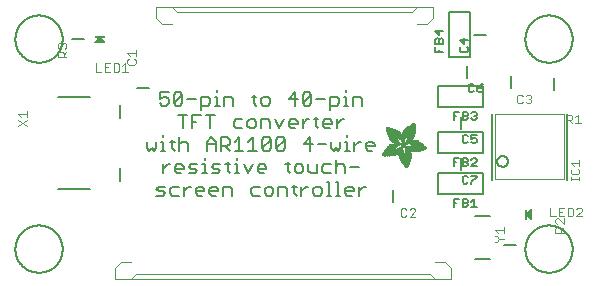
<source format=gbr>
G04 EAGLE Gerber RS-274X export*
G75*
%MOMM*%
%FSLAX34Y34*%
%LPD*%
%INSilkscreen Top*%
%IPPOS*%
%AMOC8*
5,1,8,0,0,1.08239X$1,22.5*%
G01*
%ADD10C,0.152400*%
%ADD11C,0.101600*%
%ADD12C,0.050800*%
%ADD13C,0.203200*%
%ADD14R,0.889000X0.190500*%
%ADD15R,0.190500X0.889000*%
%ADD16R,0.006300X0.050800*%
%ADD17R,0.006400X0.082600*%
%ADD18R,0.006300X0.120600*%
%ADD19R,0.006400X0.139700*%
%ADD20R,0.006300X0.158800*%
%ADD21R,0.006400X0.177800*%
%ADD22R,0.006300X0.196800*%
%ADD23R,0.006400X0.215900*%
%ADD24R,0.006300X0.228600*%
%ADD25R,0.006400X0.241300*%
%ADD26R,0.006300X0.254000*%
%ADD27R,0.006400X0.266700*%
%ADD28R,0.006300X0.279400*%
%ADD29R,0.006400X0.285700*%
%ADD30R,0.006300X0.298400*%
%ADD31R,0.006400X0.311200*%
%ADD32R,0.006300X0.317500*%
%ADD33R,0.006400X0.330200*%
%ADD34R,0.006300X0.336600*%
%ADD35R,0.006400X0.349200*%
%ADD36R,0.006300X0.361900*%
%ADD37R,0.006400X0.368300*%
%ADD38R,0.006300X0.381000*%
%ADD39R,0.006400X0.387300*%
%ADD40R,0.006300X0.393700*%
%ADD41R,0.006400X0.406400*%
%ADD42R,0.006300X0.412700*%
%ADD43R,0.006400X0.419100*%
%ADD44R,0.006300X0.431800*%
%ADD45R,0.006400X0.438100*%
%ADD46R,0.006300X0.450800*%
%ADD47R,0.006400X0.457200*%
%ADD48R,0.006300X0.463500*%
%ADD49R,0.006400X0.476200*%
%ADD50R,0.006300X0.482600*%
%ADD51R,0.006400X0.488900*%
%ADD52R,0.006300X0.501600*%
%ADD53R,0.006400X0.508000*%
%ADD54R,0.006300X0.514300*%
%ADD55R,0.006400X0.527000*%
%ADD56R,0.006300X0.533400*%
%ADD57R,0.006400X0.546100*%
%ADD58R,0.006300X0.552400*%
%ADD59R,0.006400X0.558800*%
%ADD60R,0.006300X0.571500*%
%ADD61R,0.006400X0.577800*%
%ADD62R,0.006300X0.584200*%
%ADD63R,0.006400X0.596900*%
%ADD64R,0.006300X0.603200*%
%ADD65R,0.006400X0.609600*%
%ADD66R,0.006300X0.622300*%
%ADD67R,0.006400X0.628600*%
%ADD68R,0.006300X0.641300*%
%ADD69R,0.006400X0.647700*%
%ADD70R,0.006300X0.063500*%
%ADD71R,0.006300X0.654000*%
%ADD72R,0.006400X0.101600*%
%ADD73R,0.006400X0.666700*%
%ADD74R,0.006300X0.139700*%
%ADD75R,0.006300X0.673100*%
%ADD76R,0.006400X0.165100*%
%ADD77R,0.006400X0.679400*%
%ADD78R,0.006300X0.196900*%
%ADD79R,0.006300X0.692100*%
%ADD80R,0.006400X0.222200*%
%ADD81R,0.006400X0.698500*%
%ADD82R,0.006300X0.247700*%
%ADD83R,0.006300X0.704800*%
%ADD84R,0.006400X0.279400*%
%ADD85R,0.006400X0.717500*%
%ADD86R,0.006300X0.298500*%
%ADD87R,0.006300X0.723900*%
%ADD88R,0.006400X0.736600*%
%ADD89R,0.006300X0.342900*%
%ADD90R,0.006300X0.742900*%
%ADD91R,0.006400X0.374700*%
%ADD92R,0.006400X0.749300*%
%ADD93R,0.006300X0.762000*%
%ADD94R,0.006400X0.412700*%
%ADD95R,0.006400X0.768300*%
%ADD96R,0.006300X0.438100*%
%ADD97R,0.006300X0.774700*%
%ADD98R,0.006400X0.463600*%
%ADD99R,0.006400X0.787400*%
%ADD100R,0.006300X0.793700*%
%ADD101R,0.006400X0.495300*%
%ADD102R,0.006400X0.800100*%
%ADD103R,0.006300X0.520700*%
%ADD104R,0.006300X0.812800*%
%ADD105R,0.006400X0.533400*%
%ADD106R,0.006400X0.819100*%
%ADD107R,0.006300X0.558800*%
%ADD108R,0.006300X0.825500*%
%ADD109R,0.006400X0.577900*%
%ADD110R,0.006400X0.831800*%
%ADD111R,0.006300X0.596900*%
%ADD112R,0.006300X0.844500*%
%ADD113R,0.006400X0.616000*%
%ADD114R,0.006400X0.850900*%
%ADD115R,0.006300X0.635000*%
%ADD116R,0.006300X0.857200*%
%ADD117R,0.006400X0.654100*%
%ADD118R,0.006400X0.863600*%
%ADD119R,0.006300X0.666700*%
%ADD120R,0.006300X0.869900*%
%ADD121R,0.006400X0.685800*%
%ADD122R,0.006400X0.876300*%
%ADD123R,0.006300X0.882600*%
%ADD124R,0.006400X0.723900*%
%ADD125R,0.006400X0.889000*%
%ADD126R,0.006300X0.895300*%
%ADD127R,0.006400X0.755700*%
%ADD128R,0.006400X0.901700*%
%ADD129R,0.006300X0.908000*%
%ADD130R,0.006400X0.793800*%
%ADD131R,0.006400X0.914400*%
%ADD132R,0.006300X0.806400*%
%ADD133R,0.006300X0.920700*%
%ADD134R,0.006400X0.825500*%
%ADD135R,0.006400X0.927100*%
%ADD136R,0.006300X0.933400*%
%ADD137R,0.006400X0.857300*%
%ADD138R,0.006400X0.939800*%
%ADD139R,0.006300X0.870000*%
%ADD140R,0.006300X0.939800*%
%ADD141R,0.006400X0.946100*%
%ADD142R,0.006300X0.952500*%
%ADD143R,0.006400X0.908000*%
%ADD144R,0.006400X0.958800*%
%ADD145R,0.006300X0.965200*%
%ADD146R,0.006400X0.965200*%
%ADD147R,0.006300X0.971500*%
%ADD148R,0.006400X0.952500*%
%ADD149R,0.006400X0.977900*%
%ADD150R,0.006300X0.958800*%
%ADD151R,0.006300X0.984200*%
%ADD152R,0.006400X0.971500*%
%ADD153R,0.006400X0.984200*%
%ADD154R,0.006300X0.990600*%
%ADD155R,0.006400X0.984300*%
%ADD156R,0.006400X0.996900*%
%ADD157R,0.006300X0.997000*%
%ADD158R,0.006300X0.996900*%
%ADD159R,0.006400X1.003300*%
%ADD160R,0.006300X1.016000*%
%ADD161R,0.006300X1.009600*%
%ADD162R,0.006400X1.016000*%
%ADD163R,0.006400X1.009600*%
%ADD164R,0.006300X1.022300*%
%ADD165R,0.006400X1.028700*%
%ADD166R,0.006300X1.035100*%
%ADD167R,0.006400X1.047800*%
%ADD168R,0.006300X1.054100*%
%ADD169R,0.006300X1.028700*%
%ADD170R,0.006400X1.054100*%
%ADD171R,0.006400X1.035000*%
%ADD172R,0.006300X1.060400*%
%ADD173R,0.006300X1.035000*%
%ADD174R,0.006400X1.060500*%
%ADD175R,0.006400X1.041400*%
%ADD176R,0.006300X1.066800*%
%ADD177R,0.006300X1.041400*%
%ADD178R,0.006400X1.079500*%
%ADD179R,0.006400X1.047700*%
%ADD180R,0.006300X1.085900*%
%ADD181R,0.006300X1.047700*%
%ADD182R,0.006400X1.085800*%
%ADD183R,0.006300X1.092200*%
%ADD184R,0.006400X1.085900*%
%ADD185R,0.006300X1.098600*%
%ADD186R,0.006400X1.098600*%
%ADD187R,0.006400X1.060400*%
%ADD188R,0.006300X1.104900*%
%ADD189R,0.006400X1.104900*%
%ADD190R,0.006400X1.066800*%
%ADD191R,0.006300X1.111200*%
%ADD192R,0.006400X1.117600*%
%ADD193R,0.006300X1.117600*%
%ADD194R,0.006300X1.073100*%
%ADD195R,0.006400X1.073100*%
%ADD196R,0.006300X1.124000*%
%ADD197R,0.006300X1.079500*%
%ADD198R,0.006400X1.123900*%
%ADD199R,0.006300X1.130300*%
%ADD200R,0.006400X1.130300*%
%ADD201R,0.006400X1.136700*%
%ADD202R,0.006300X1.136700*%
%ADD203R,0.006300X1.085800*%
%ADD204R,0.006400X1.136600*%
%ADD205R,0.006300X1.136600*%
%ADD206R,0.006400X1.143000*%
%ADD207R,0.006300X1.143000*%
%ADD208R,0.006300X1.149400*%
%ADD209R,0.006300X1.149300*%
%ADD210R,0.006400X1.149300*%
%ADD211R,0.006400X1.149400*%
%ADD212R,0.006400X1.155700*%
%ADD213R,0.006300X1.155700*%
%ADD214R,0.006300X1.060500*%
%ADD215R,0.006400X2.197100*%
%ADD216R,0.006300X2.197100*%
%ADD217R,0.006300X2.184400*%
%ADD218R,0.006400X2.184400*%
%ADD219R,0.006400X2.171700*%
%ADD220R,0.006300X2.171700*%
%ADD221R,0.006400X1.530300*%
%ADD222R,0.006300X1.505000*%
%ADD223R,0.006400X1.492300*%
%ADD224R,0.006300X1.485900*%
%ADD225R,0.006300X0.565200*%
%ADD226R,0.006400X1.473200*%
%ADD227R,0.006400X0.565200*%
%ADD228R,0.006300X1.460500*%
%ADD229R,0.006400X1.454100*%
%ADD230R,0.006400X0.552400*%
%ADD231R,0.006300X1.441500*%
%ADD232R,0.006300X0.546100*%
%ADD233R,0.006400X1.435100*%
%ADD234R,0.006400X0.539800*%
%ADD235R,0.006300X1.428800*%
%ADD236R,0.006400X1.422400*%
%ADD237R,0.006300X1.409700*%
%ADD238R,0.006300X0.527100*%
%ADD239R,0.006400X1.403300*%
%ADD240R,0.006400X0.527100*%
%ADD241R,0.006300X1.390700*%
%ADD242R,0.006400X1.384300*%
%ADD243R,0.006400X0.520700*%
%ADD244R,0.006300X1.384300*%
%ADD245R,0.006300X0.514400*%
%ADD246R,0.006400X1.371600*%
%ADD247R,0.006300X1.365200*%
%ADD248R,0.006300X0.508000*%
%ADD249R,0.006400X1.352600*%
%ADD250R,0.006400X0.501700*%
%ADD251R,0.006300X0.711200*%
%ADD252R,0.006300X0.603300*%
%ADD253R,0.006300X0.501700*%
%ADD254R,0.006400X0.692100*%
%ADD255R,0.006400X0.571500*%
%ADD256R,0.006300X0.679400*%
%ADD257R,0.006300X0.495300*%
%ADD258R,0.006400X0.673100*%
%ADD259R,0.006300X0.666800*%
%ADD260R,0.006300X0.488900*%
%ADD261R,0.006400X0.660400*%
%ADD262R,0.006400X0.482600*%
%ADD263R,0.006300X0.476200*%
%ADD264R,0.006400X0.654000*%
%ADD265R,0.006400X0.469900*%
%ADD266R,0.006400X0.476300*%
%ADD267R,0.006300X0.647700*%
%ADD268R,0.006300X0.457200*%
%ADD269R,0.006300X0.469900*%
%ADD270R,0.006400X0.641300*%
%ADD271R,0.006400X0.444500*%
%ADD272R,0.006300X0.463600*%
%ADD273R,0.006400X0.635000*%
%ADD274R,0.006400X0.463500*%
%ADD275R,0.006400X0.393700*%
%ADD276R,0.006400X0.450800*%
%ADD277R,0.006300X0.628600*%
%ADD278R,0.006300X0.387400*%
%ADD279R,0.006300X0.450900*%
%ADD280R,0.006400X0.628700*%
%ADD281R,0.006400X0.374600*%
%ADD282R,0.006300X0.368300*%
%ADD283R,0.006300X0.438200*%
%ADD284R,0.006400X0.622300*%
%ADD285R,0.006400X0.355600*%
%ADD286R,0.006400X0.431800*%
%ADD287R,0.006300X0.349300*%
%ADD288R,0.006300X0.425400*%
%ADD289R,0.006300X0.615900*%
%ADD290R,0.006300X0.330200*%
%ADD291R,0.006300X0.419100*%
%ADD292R,0.006300X0.616000*%
%ADD293R,0.006300X0.311200*%
%ADD294R,0.006300X0.406400*%
%ADD295R,0.006400X0.615900*%
%ADD296R,0.006400X0.304800*%
%ADD297R,0.006400X0.158800*%
%ADD298R,0.006300X0.609600*%
%ADD299R,0.006300X0.292100*%
%ADD300R,0.006300X0.235000*%
%ADD301R,0.006400X0.387400*%
%ADD302R,0.006400X0.292100*%
%ADD303R,0.006300X0.336500*%
%ADD304R,0.006300X0.260400*%
%ADD305R,0.006400X0.603300*%
%ADD306R,0.006400X0.260400*%
%ADD307R,0.006400X0.362000*%
%ADD308R,0.006400X0.450900*%
%ADD309R,0.006300X0.355600*%
%ADD310R,0.006400X0.342900*%
%ADD311R,0.006400X0.514300*%
%ADD312R,0.006300X0.234900*%
%ADD313R,0.006300X0.539700*%
%ADD314R,0.006400X0.603200*%
%ADD315R,0.006400X0.234900*%
%ADD316R,0.006400X0.920700*%
%ADD317R,0.006400X0.958900*%
%ADD318R,0.006300X0.215900*%
%ADD319R,0.006400X0.209600*%
%ADD320R,0.006300X0.203200*%
%ADD321R,0.006300X1.003300*%
%ADD322R,0.006400X0.203200*%
%ADD323R,0.006400X0.196900*%
%ADD324R,0.006300X0.190500*%
%ADD325R,0.006400X0.190500*%
%ADD326R,0.006300X0.184200*%
%ADD327R,0.006400X0.590500*%
%ADD328R,0.006400X0.184200*%
%ADD329R,0.006300X0.590500*%
%ADD330R,0.006300X0.177800*%
%ADD331R,0.006400X0.584200*%
%ADD332R,0.006400X1.168400*%
%ADD333R,0.006300X0.171500*%
%ADD334R,0.006300X1.187500*%
%ADD335R,0.006400X1.200100*%
%ADD336R,0.006300X0.577800*%
%ADD337R,0.006300X1.212900*%
%ADD338R,0.006400X1.231900*%
%ADD339R,0.006300X1.250900*%
%ADD340R,0.006400X0.565100*%
%ADD341R,0.006400X0.184100*%
%ADD342R,0.006400X1.263700*%
%ADD343R,0.006300X0.565100*%
%ADD344R,0.006300X1.289100*%
%ADD345R,0.006400X1.314400*%
%ADD346R,0.006300X0.552500*%
%ADD347R,0.006300X1.568500*%
%ADD348R,0.006400X0.552500*%
%ADD349R,0.006400X1.581200*%
%ADD350R,0.006300X1.593800*%
%ADD351R,0.006400X1.606500*%
%ADD352R,0.006300X1.619300*%
%ADD353R,0.006400X0.514400*%
%ADD354R,0.006400X1.638300*%
%ADD355R,0.006300X1.657300*%
%ADD356R,0.006400X2.209800*%
%ADD357R,0.006300X2.425700*%
%ADD358R,0.006400X2.470100*%
%ADD359R,0.006300X2.501900*%
%ADD360R,0.006400X2.533700*%
%ADD361R,0.006300X2.559000*%
%ADD362R,0.006400X2.584500*%
%ADD363R,0.006300X2.609900*%
%ADD364R,0.006400X2.628900*%
%ADD365R,0.006300X2.660600*%
%ADD366R,0.006400X2.673400*%
%ADD367R,0.006300X1.422400*%
%ADD368R,0.006300X1.200200*%
%ADD369R,0.006300X1.365300*%
%ADD370R,0.006400X1.365300*%
%ADD371R,0.006300X1.352500*%
%ADD372R,0.006300X1.098500*%
%ADD373R,0.006400X1.358900*%
%ADD374R,0.006300X1.352600*%
%ADD375R,0.006300X1.358900*%
%ADD376R,0.006300X1.371600*%
%ADD377R,0.006400X1.377900*%
%ADD378R,0.006400X1.397000*%
%ADD379R,0.006300X1.403300*%
%ADD380R,0.006300X0.914400*%
%ADD381R,0.006300X0.876300*%
%ADD382R,0.006300X0.374600*%
%ADD383R,0.006400X1.073200*%
%ADD384R,0.006300X0.374700*%
%ADD385R,0.006400X0.844600*%
%ADD386R,0.006300X0.844600*%
%ADD387R,0.006400X0.831900*%
%ADD388R,0.006400X1.092200*%
%ADD389R,0.006300X0.400000*%
%ADD390R,0.006400X0.819200*%
%ADD391R,0.006400X1.111300*%
%ADD392R,0.006400X0.812800*%
%ADD393R,0.006300X0.800100*%
%ADD394R,0.006300X0.476300*%
%ADD395R,0.006300X1.181100*%
%ADD396R,0.006400X0.501600*%
%ADD397R,0.006400X1.193800*%
%ADD398R,0.006400X0.781000*%
%ADD399R,0.006400X1.238200*%
%ADD400R,0.006300X0.781100*%
%ADD401R,0.006300X1.257300*%
%ADD402R,0.006400X1.295400*%
%ADD403R,0.006300X1.333500*%
%ADD404R,0.006400X0.774700*%
%ADD405R,0.006400X1.866900*%
%ADD406R,0.006300X0.209600*%
%ADD407R,0.006300X1.866900*%
%ADD408R,0.006400X0.768400*%
%ADD409R,0.006400X0.209500*%
%ADD410R,0.006400X1.860600*%
%ADD411R,0.006400X0.762000*%
%ADD412R,0.006300X0.768400*%
%ADD413R,0.006300X1.860600*%
%ADD414R,0.006400X1.860500*%
%ADD415R,0.006300X0.222300*%
%ADD416R,0.006300X1.854200*%
%ADD417R,0.006400X0.235000*%
%ADD418R,0.006400X1.854200*%
%ADD419R,0.006300X0.768300*%
%ADD420R,0.006400X0.260300*%
%ADD421R,0.006400X1.847800*%
%ADD422R,0.006300X0.266700*%
%ADD423R,0.006300X1.847800*%
%ADD424R,0.006400X0.273100*%
%ADD425R,0.006400X1.841500*%
%ADD426R,0.006300X0.285800*%
%ADD427R,0.006300X1.841500*%
%ADD428R,0.006400X0.298500*%
%ADD429R,0.006400X1.835100*%
%ADD430R,0.006300X0.781000*%
%ADD431R,0.006300X0.304800*%
%ADD432R,0.006300X1.835100*%
%ADD433R,0.006400X0.317500*%
%ADD434R,0.006400X1.828800*%
%ADD435R,0.006300X0.787400*%
%ADD436R,0.006300X0.323800*%
%ADD437R,0.006300X1.828800*%
%ADD438R,0.006400X0.793700*%
%ADD439R,0.006400X1.822400*%
%ADD440R,0.006300X0.806500*%
%ADD441R,0.006300X1.822400*%
%ADD442R,0.006400X1.816100*%
%ADD443R,0.006300X0.819100*%
%ADD444R,0.006300X0.387300*%
%ADD445R,0.006300X1.816100*%
%ADD446R,0.006400X1.809800*%
%ADD447R,0.006300X1.803400*%
%ADD448R,0.006400X1.797000*%
%ADD449R,0.006300X0.901700*%
%ADD450R,0.006300X1.797000*%
%ADD451R,0.006400X1.441400*%
%ADD452R,0.006400X1.790700*%
%ADD453R,0.006300X1.447800*%
%ADD454R,0.006300X1.784300*%
%ADD455R,0.006400X1.447800*%
%ADD456R,0.006400X1.784300*%
%ADD457R,0.006300X1.454100*%
%ADD458R,0.006300X1.771700*%
%ADD459R,0.006400X1.460500*%
%ADD460R,0.006400X1.759000*%
%ADD461R,0.006300X1.466800*%
%ADD462R,0.006300X1.752600*%
%ADD463R,0.006400X1.466800*%
%ADD464R,0.006400X1.739900*%
%ADD465R,0.006300X1.473200*%
%ADD466R,0.006300X1.727200*%
%ADD467R,0.006400X1.479500*%
%ADD468R,0.006400X1.714500*%
%ADD469R,0.006300X1.695400*%
%ADD470R,0.006400X1.485900*%
%ADD471R,0.006400X1.682700*%
%ADD472R,0.006300X1.492200*%
%ADD473R,0.006300X1.663700*%
%ADD474R,0.006400X1.498600*%
%ADD475R,0.006400X1.644600*%
%ADD476R,0.006300X1.498600*%
%ADD477R,0.006300X1.619200*%
%ADD478R,0.006400X1.511300*%
%ADD479R,0.006400X1.600200*%
%ADD480R,0.006300X1.517700*%
%ADD481R,0.006300X1.574800*%
%ADD482R,0.006400X1.524000*%
%ADD483R,0.006400X1.555800*%
%ADD484R,0.006300X1.524000*%
%ADD485R,0.006300X1.536700*%
%ADD486R,0.006400X1.530400*%
%ADD487R,0.006400X1.517700*%
%ADD488R,0.006300X1.492300*%
%ADD489R,0.006400X1.549400*%
%ADD490R,0.006400X1.479600*%
%ADD491R,0.006300X1.549400*%
%ADD492R,0.006400X1.555700*%
%ADD493R,0.006300X1.562100*%
%ADD494R,0.006300X0.323900*%
%ADD495R,0.006400X1.568400*%
%ADD496R,0.006400X0.336600*%
%ADD497R,0.006300X1.587500*%
%ADD498R,0.006300X0.971600*%
%ADD499R,0.006400X0.349300*%
%ADD500R,0.006300X1.600200*%
%ADD501R,0.006300X0.920800*%
%ADD502R,0.006400X0.882700*%
%ADD503R,0.006300X1.612900*%
%ADD504R,0.006300X0.362000*%
%ADD505R,0.006400X1.625600*%
%ADD506R,0.006300X1.625600*%
%ADD507R,0.006300X1.644600*%
%ADD508R,0.006300X0.736600*%
%ADD509R,0.006400X0.717600*%
%ADD510R,0.006300X1.657400*%
%ADD511R,0.006300X0.679500*%
%ADD512R,0.006400X1.663700*%
%ADD513R,0.006400X0.400000*%
%ADD514R,0.006300X1.676400*%
%ADD515R,0.006400X1.676400*%
%ADD516R,0.006400X0.425500*%
%ADD517R,0.006400X1.352500*%
%ADD518R,0.006300X0.444500*%
%ADD519R,0.006400X0.361900*%
%ADD520R,0.006300X0.088900*%
%ADD521R,0.006300X1.009700*%
%ADD522R,0.006400X1.009700*%
%ADD523R,0.006400X1.022300*%
%ADD524R,0.006400X1.346200*%
%ADD525R,0.006300X1.346200*%
%ADD526R,0.006400X1.339900*%
%ADD527R,0.006400X1.035100*%
%ADD528R,0.006300X1.339800*%
%ADD529R,0.006400X1.333500*%
%ADD530R,0.006400X1.327200*%
%ADD531R,0.006300X1.320800*%
%ADD532R,0.006400X1.314500*%
%ADD533R,0.006300X1.314400*%
%ADD534R,0.006400X1.301700*%
%ADD535R,0.006300X1.295400*%
%ADD536R,0.006400X1.289000*%
%ADD537R,0.006300X1.276300*%
%ADD538R,0.006300X1.251000*%
%ADD539R,0.006400X1.244600*%
%ADD540R,0.006300X1.231900*%
%ADD541R,0.006400X1.212800*%
%ADD542R,0.006300X1.200100*%
%ADD543R,0.006400X1.187400*%
%ADD544R,0.006300X1.168400*%
%ADD545R,0.006300X1.047800*%
%ADD546R,0.006300X0.977900*%
%ADD547R,0.006400X0.946200*%
%ADD548R,0.006400X0.933400*%
%ADD549R,0.006400X0.895300*%
%ADD550R,0.006300X0.882700*%
%ADD551R,0.006300X0.863600*%
%ADD552R,0.006400X0.857200*%
%ADD553R,0.006300X0.850900*%
%ADD554R,0.006300X0.838200*%
%ADD555R,0.006400X0.806500*%
%ADD556R,0.006300X0.717600*%
%ADD557R,0.006400X0.711200*%
%ADD558R,0.006400X0.641400*%
%ADD559R,0.006300X0.641400*%
%ADD560R,0.006300X0.628700*%
%ADD561R,0.006300X0.590600*%
%ADD562R,0.006400X0.539700*%
%ADD563R,0.006300X0.285700*%
%ADD564R,0.006300X0.222200*%
%ADD565R,0.006300X0.171400*%
%ADD566R,0.006400X0.152400*%
%ADD567R,0.006300X0.133400*%

G36*
X442262Y49972D02*
X442262Y49972D01*
X442279Y49970D01*
X442382Y49992D01*
X442487Y50010D01*
X442502Y50018D01*
X442520Y50022D01*
X442610Y50076D01*
X442704Y50126D01*
X442716Y50139D01*
X442731Y50148D01*
X442800Y50228D01*
X442872Y50305D01*
X442879Y50322D01*
X442891Y50335D01*
X442930Y50433D01*
X442974Y50529D01*
X442976Y50547D01*
X442983Y50563D01*
X443001Y50730D01*
X443001Y58350D01*
X442999Y58367D01*
X443000Y58382D01*
X443000Y58385D01*
X442979Y58489D01*
X442962Y58593D01*
X442953Y58608D01*
X442950Y58626D01*
X442896Y58717D01*
X442846Y58810D01*
X442834Y58822D01*
X442825Y58838D01*
X442745Y58907D01*
X442668Y58980D01*
X442652Y58987D01*
X442638Y58999D01*
X442541Y59039D01*
X442445Y59083D01*
X442427Y59085D01*
X442411Y59092D01*
X442305Y59099D01*
X442201Y59110D01*
X442183Y59106D01*
X442165Y59108D01*
X442063Y59080D01*
X441990Y59064D01*
X441987Y59064D01*
X441960Y59058D01*
X441945Y59049D01*
X441928Y59044D01*
X441783Y58959D01*
X436703Y55149D01*
X436700Y55146D01*
X436697Y55144D01*
X436615Y55057D01*
X436533Y54972D01*
X436531Y54968D01*
X436528Y54965D01*
X436478Y54856D01*
X436428Y54749D01*
X436428Y54745D01*
X436426Y54741D01*
X436413Y54623D01*
X436400Y54505D01*
X436400Y54501D01*
X436400Y54496D01*
X436426Y54380D01*
X436451Y54264D01*
X436453Y54260D01*
X436454Y54256D01*
X436515Y54154D01*
X436576Y54052D01*
X436579Y54049D01*
X436581Y54046D01*
X436703Y53931D01*
X441783Y50121D01*
X441799Y50113D01*
X441812Y50101D01*
X441908Y50056D01*
X442001Y50007D01*
X442019Y50004D01*
X442035Y49997D01*
X442140Y49985D01*
X442244Y49969D01*
X442262Y49972D01*
G37*
G36*
X80628Y199622D02*
X80628Y199622D01*
X80645Y199620D01*
X80749Y199641D01*
X80853Y199659D01*
X80868Y199667D01*
X80886Y199671D01*
X80977Y199724D01*
X81070Y199774D01*
X81082Y199786D01*
X81098Y199796D01*
X81167Y199875D01*
X81240Y199952D01*
X81247Y199968D01*
X81259Y199982D01*
X81299Y200079D01*
X81343Y200175D01*
X81345Y200193D01*
X81352Y200209D01*
X81359Y200315D01*
X81370Y200419D01*
X81366Y200437D01*
X81368Y200455D01*
X81340Y200557D01*
X81318Y200660D01*
X81309Y200675D01*
X81304Y200692D01*
X81219Y200837D01*
X77409Y205917D01*
X77406Y205920D01*
X77404Y205924D01*
X77317Y206005D01*
X77232Y206087D01*
X77228Y206089D01*
X77225Y206092D01*
X77116Y206142D01*
X77009Y206192D01*
X77005Y206192D01*
X77001Y206194D01*
X76883Y206207D01*
X76765Y206220D01*
X76761Y206220D01*
X76756Y206220D01*
X76640Y206194D01*
X76524Y206170D01*
X76520Y206167D01*
X76516Y206166D01*
X76414Y206105D01*
X76312Y206045D01*
X76309Y206041D01*
X76306Y206039D01*
X76191Y205917D01*
X72381Y200837D01*
X72373Y200821D01*
X72361Y200808D01*
X72316Y200712D01*
X72267Y200619D01*
X72264Y200601D01*
X72257Y200585D01*
X72245Y200480D01*
X72229Y200376D01*
X72232Y200358D01*
X72230Y200341D01*
X72252Y200238D01*
X72270Y200133D01*
X72278Y200118D01*
X72282Y200100D01*
X72336Y200010D01*
X72386Y199917D01*
X72399Y199904D01*
X72408Y199889D01*
X72488Y199820D01*
X72565Y199748D01*
X72582Y199741D01*
X72595Y199729D01*
X72693Y199690D01*
X72789Y199646D01*
X72807Y199644D01*
X72823Y199637D01*
X72990Y199619D01*
X80610Y199619D01*
X80628Y199622D01*
G37*
D10*
X135144Y157998D02*
X127687Y157998D01*
X127687Y152405D01*
X131416Y154269D01*
X133280Y154269D01*
X135144Y152405D01*
X135144Y148676D01*
X133280Y146812D01*
X129551Y146812D01*
X127687Y148676D01*
X139381Y148676D02*
X139381Y156133D01*
X141245Y157998D01*
X144974Y157998D01*
X146838Y156133D01*
X146838Y148676D01*
X144974Y146812D01*
X141245Y146812D01*
X139381Y148676D01*
X146838Y156133D01*
X151075Y152405D02*
X158532Y152405D01*
X162769Y154269D02*
X162769Y143084D01*
X162769Y154269D02*
X168362Y154269D01*
X170226Y152405D01*
X170226Y148676D01*
X168362Y146812D01*
X162769Y146812D01*
X174463Y154269D02*
X176327Y154269D01*
X176327Y146812D01*
X174463Y146812D02*
X178191Y146812D01*
X176327Y157998D02*
X176327Y159862D01*
X182259Y154269D02*
X182259Y146812D01*
X182259Y154269D02*
X187852Y154269D01*
X189716Y152405D01*
X189716Y146812D01*
X207511Y148676D02*
X207511Y156133D01*
X207511Y148676D02*
X209375Y146812D01*
X209375Y154269D02*
X205647Y154269D01*
X215307Y146812D02*
X219036Y146812D01*
X220900Y148676D01*
X220900Y152405D01*
X219036Y154269D01*
X215307Y154269D01*
X213443Y152405D01*
X213443Y148676D01*
X215307Y146812D01*
X242423Y146812D02*
X242423Y157998D01*
X236831Y152405D01*
X244288Y152405D01*
X248525Y156133D02*
X248525Y148676D01*
X248525Y156133D02*
X250389Y157998D01*
X254117Y157998D01*
X255982Y156133D01*
X255982Y148676D01*
X254117Y146812D01*
X250389Y146812D01*
X248525Y148676D01*
X255982Y156133D01*
X260219Y152405D02*
X267676Y152405D01*
X271913Y154269D02*
X271913Y143084D01*
X271913Y154269D02*
X277505Y154269D01*
X279370Y152405D01*
X279370Y148676D01*
X277505Y146812D01*
X271913Y146812D01*
X283607Y154269D02*
X285471Y154269D01*
X285471Y146812D01*
X283607Y146812D02*
X287335Y146812D01*
X285471Y157998D02*
X285471Y159862D01*
X291403Y154269D02*
X291403Y146812D01*
X291403Y154269D02*
X296995Y154269D01*
X298860Y152405D01*
X298860Y146812D01*
X147008Y138948D02*
X147008Y127762D01*
X150736Y138948D02*
X143279Y138948D01*
X154973Y138948D02*
X154973Y127762D01*
X154973Y138948D02*
X162430Y138948D01*
X158702Y133355D02*
X154973Y133355D01*
X170395Y127762D02*
X170395Y138948D01*
X166667Y138948D02*
X174124Y138948D01*
X191919Y135219D02*
X197512Y135219D01*
X191919Y135219D02*
X190055Y133355D01*
X190055Y129626D01*
X191919Y127762D01*
X197512Y127762D01*
X203613Y127762D02*
X207342Y127762D01*
X209206Y129626D01*
X209206Y133355D01*
X207342Y135219D01*
X203613Y135219D01*
X201749Y133355D01*
X201749Y129626D01*
X203613Y127762D01*
X213443Y127762D02*
X213443Y135219D01*
X219036Y135219D01*
X220900Y133355D01*
X220900Y127762D01*
X228865Y127762D02*
X225137Y135219D01*
X232594Y135219D02*
X228865Y127762D01*
X238695Y127762D02*
X242424Y127762D01*
X238695Y127762D02*
X236831Y129626D01*
X236831Y133355D01*
X238695Y135219D01*
X242424Y135219D01*
X244288Y133355D01*
X244288Y131491D01*
X236831Y131491D01*
X248525Y135219D02*
X248525Y127762D01*
X248525Y131491D02*
X252253Y135219D01*
X254118Y135219D01*
X260134Y137083D02*
X260134Y129626D01*
X261998Y127762D01*
X261998Y135219D02*
X258270Y135219D01*
X267930Y127762D02*
X271658Y127762D01*
X267930Y127762D02*
X266066Y129626D01*
X266066Y133355D01*
X267930Y135219D01*
X271658Y135219D01*
X273523Y133355D01*
X273523Y131491D01*
X266066Y131491D01*
X277760Y135219D02*
X277760Y127762D01*
X277760Y131491D02*
X281488Y135219D01*
X283352Y135219D01*
X116968Y116169D02*
X116968Y110576D01*
X118832Y108712D01*
X120696Y110576D01*
X122560Y108712D01*
X124425Y110576D01*
X124425Y116169D01*
X128662Y116169D02*
X130526Y116169D01*
X130526Y108712D01*
X128662Y108712D02*
X132390Y108712D01*
X130526Y119898D02*
X130526Y121762D01*
X138322Y118033D02*
X138322Y110576D01*
X140186Y108712D01*
X140186Y116169D02*
X136457Y116169D01*
X144253Y119898D02*
X144253Y108712D01*
X144253Y114305D02*
X146118Y116169D01*
X149846Y116169D01*
X151710Y114305D01*
X151710Y108712D01*
X167641Y108712D02*
X167641Y116169D01*
X171370Y119898D01*
X175098Y116169D01*
X175098Y108712D01*
X175098Y114305D02*
X167641Y114305D01*
X179335Y108712D02*
X179335Y119898D01*
X184928Y119898D01*
X186792Y118033D01*
X186792Y114305D01*
X184928Y112441D01*
X179335Y112441D01*
X183064Y112441D02*
X186792Y108712D01*
X191029Y116169D02*
X194758Y119898D01*
X194758Y108712D01*
X198486Y108712D02*
X191029Y108712D01*
X202723Y116169D02*
X206452Y119898D01*
X206452Y108712D01*
X210180Y108712D02*
X202723Y108712D01*
X214417Y110576D02*
X214417Y118033D01*
X216282Y119898D01*
X220010Y119898D01*
X221874Y118033D01*
X221874Y110576D01*
X220010Y108712D01*
X216282Y108712D01*
X214417Y110576D01*
X221874Y118033D01*
X226111Y118033D02*
X226111Y110576D01*
X226111Y118033D02*
X227975Y119898D01*
X231704Y119898D01*
X233568Y118033D01*
X233568Y110576D01*
X231704Y108712D01*
X227975Y108712D01*
X226111Y110576D01*
X233568Y118033D01*
X255092Y119898D02*
X255092Y108712D01*
X249499Y114305D02*
X255092Y119898D01*
X256956Y114305D02*
X249499Y114305D01*
X261193Y114305D02*
X268650Y114305D01*
X272887Y116169D02*
X272887Y110576D01*
X274751Y108712D01*
X276616Y110576D01*
X278480Y108712D01*
X280344Y110576D01*
X280344Y116169D01*
X284581Y116169D02*
X286445Y116169D01*
X286445Y108712D01*
X284581Y108712D02*
X288310Y108712D01*
X286445Y119898D02*
X286445Y121762D01*
X292377Y116169D02*
X292377Y108712D01*
X292377Y112441D02*
X296106Y116169D01*
X297970Y116169D01*
X303986Y108712D02*
X307715Y108712D01*
X303986Y108712D02*
X302122Y110576D01*
X302122Y114305D01*
X303986Y116169D01*
X307715Y116169D01*
X309579Y114305D01*
X309579Y112441D01*
X302122Y112441D01*
X130611Y97119D02*
X130611Y89662D01*
X130611Y93391D02*
X134339Y97119D01*
X136203Y97119D01*
X142220Y89662D02*
X145948Y89662D01*
X142220Y89662D02*
X140356Y91526D01*
X140356Y95255D01*
X142220Y97119D01*
X145948Y97119D01*
X147813Y95255D01*
X147813Y93391D01*
X140356Y93391D01*
X152049Y89662D02*
X157642Y89662D01*
X159507Y91526D01*
X157642Y93391D01*
X153914Y93391D01*
X152049Y95255D01*
X153914Y97119D01*
X159507Y97119D01*
X163743Y97119D02*
X165608Y97119D01*
X165608Y89662D01*
X167472Y89662D02*
X163743Y89662D01*
X165608Y100848D02*
X165608Y102712D01*
X171539Y89662D02*
X177132Y89662D01*
X178996Y91526D01*
X177132Y93391D01*
X173404Y93391D01*
X171539Y95255D01*
X173404Y97119D01*
X178996Y97119D01*
X185098Y98983D02*
X185098Y91526D01*
X186962Y89662D01*
X186962Y97119D02*
X183233Y97119D01*
X191029Y97119D02*
X192894Y97119D01*
X192894Y89662D01*
X194758Y89662D02*
X191029Y89662D01*
X192894Y100848D02*
X192894Y102712D01*
X198825Y97119D02*
X202554Y89662D01*
X206282Y97119D01*
X212384Y89662D02*
X216112Y89662D01*
X212384Y89662D02*
X210519Y91526D01*
X210519Y95255D01*
X212384Y97119D01*
X216112Y97119D01*
X217976Y95255D01*
X217976Y93391D01*
X210519Y93391D01*
X235771Y91526D02*
X235771Y98983D01*
X235771Y91526D02*
X237636Y89662D01*
X237636Y97119D02*
X233907Y97119D01*
X243567Y89662D02*
X247296Y89662D01*
X249160Y91526D01*
X249160Y95255D01*
X247296Y97119D01*
X243567Y97119D01*
X241703Y95255D01*
X241703Y91526D01*
X243567Y89662D01*
X253397Y91526D02*
X253397Y97119D01*
X253397Y91526D02*
X255261Y89662D01*
X260854Y89662D01*
X260854Y97119D01*
X266955Y97119D02*
X272548Y97119D01*
X266955Y97119D02*
X265091Y95255D01*
X265091Y91526D01*
X266955Y89662D01*
X272548Y89662D01*
X276785Y89662D02*
X276785Y100848D01*
X278649Y97119D02*
X276785Y95255D01*
X278649Y97119D02*
X282378Y97119D01*
X284242Y95255D01*
X284242Y89662D01*
X288479Y95255D02*
X295936Y95255D01*
X130356Y70612D02*
X124764Y70612D01*
X130356Y70612D02*
X132221Y72476D01*
X130356Y74341D01*
X126628Y74341D01*
X124764Y76205D01*
X126628Y78069D01*
X132221Y78069D01*
X138322Y78069D02*
X143915Y78069D01*
X138322Y78069D02*
X136458Y76205D01*
X136458Y72476D01*
X138322Y70612D01*
X143915Y70612D01*
X148151Y70612D02*
X148151Y78069D01*
X148151Y74341D02*
X151880Y78069D01*
X153744Y78069D01*
X159761Y70612D02*
X163489Y70612D01*
X159761Y70612D02*
X157896Y72476D01*
X157896Y76205D01*
X159761Y78069D01*
X163489Y78069D01*
X165353Y76205D01*
X165353Y74341D01*
X157896Y74341D01*
X171455Y70612D02*
X175183Y70612D01*
X171455Y70612D02*
X169590Y72476D01*
X169590Y76205D01*
X171455Y78069D01*
X175183Y78069D01*
X177047Y76205D01*
X177047Y74341D01*
X169590Y74341D01*
X181284Y78069D02*
X181284Y70612D01*
X181284Y78069D02*
X186877Y78069D01*
X188741Y76205D01*
X188741Y70612D01*
X206537Y78069D02*
X212129Y78069D01*
X206537Y78069D02*
X204672Y76205D01*
X204672Y72476D01*
X206537Y70612D01*
X212129Y70612D01*
X218231Y70612D02*
X221959Y70612D01*
X223823Y72476D01*
X223823Y76205D01*
X221959Y78069D01*
X218231Y78069D01*
X216366Y76205D01*
X216366Y72476D01*
X218231Y70612D01*
X228060Y70612D02*
X228060Y78069D01*
X233653Y78069D01*
X235517Y76205D01*
X235517Y70612D01*
X241618Y72476D02*
X241618Y79933D01*
X241618Y72476D02*
X243483Y70612D01*
X243483Y78069D02*
X239754Y78069D01*
X247550Y78069D02*
X247550Y70612D01*
X247550Y74341D02*
X251279Y78069D01*
X253143Y78069D01*
X259159Y70612D02*
X262888Y70612D01*
X264752Y72476D01*
X264752Y76205D01*
X262888Y78069D01*
X259159Y78069D01*
X257295Y76205D01*
X257295Y72476D01*
X259159Y70612D01*
X268989Y81798D02*
X270853Y81798D01*
X270853Y70612D01*
X268989Y70612D02*
X272718Y70612D01*
X276785Y81798D02*
X278649Y81798D01*
X278649Y70612D01*
X276785Y70612D02*
X280514Y70612D01*
X286445Y70612D02*
X290174Y70612D01*
X286445Y70612D02*
X284581Y72476D01*
X284581Y76205D01*
X286445Y78069D01*
X290174Y78069D01*
X292038Y76205D01*
X292038Y74341D01*
X284581Y74341D01*
X296275Y78069D02*
X296275Y70612D01*
X296275Y74341D02*
X300004Y78069D01*
X301868Y78069D01*
D11*
X138300Y216100D02*
X129800Y216100D01*
X124800Y221100D01*
X124800Y229600D01*
X124800Y230100D02*
X138300Y230100D01*
X142300Y226100D01*
X341300Y226100D01*
X345300Y230100D01*
X358800Y230100D01*
X353800Y216100D02*
X345300Y216100D01*
X353800Y216100D02*
X358800Y221100D01*
X358800Y229600D01*
X345300Y230100D02*
X138300Y230100D01*
X360300Y14400D02*
X368800Y14400D01*
X373800Y9400D01*
X373800Y900D01*
X373800Y400D02*
X360300Y400D01*
X356300Y4400D01*
X107300Y4400D01*
X103300Y400D01*
X89800Y400D01*
X94800Y14400D02*
X103300Y14400D01*
X94800Y14400D02*
X89800Y9400D01*
X89800Y900D01*
X103300Y400D02*
X360300Y400D01*
D10*
X472326Y84132D02*
X472326Y139788D01*
X409034Y139788D02*
X409034Y84132D01*
D12*
X411320Y84418D02*
X470040Y84418D01*
X470040Y139502D01*
X411320Y139502D01*
X411320Y84418D01*
D10*
X413352Y99768D02*
X413354Y99903D01*
X413360Y100038D01*
X413370Y100172D01*
X413384Y100306D01*
X413402Y100440D01*
X413423Y100573D01*
X413449Y100705D01*
X413479Y100837D01*
X413512Y100968D01*
X413549Y101097D01*
X413591Y101226D01*
X413635Y101353D01*
X413684Y101479D01*
X413736Y101603D01*
X413792Y101726D01*
X413852Y101847D01*
X413915Y101966D01*
X413981Y102083D01*
X414051Y102198D01*
X414125Y102312D01*
X414202Y102423D01*
X414281Y102531D01*
X414365Y102637D01*
X414451Y102741D01*
X414540Y102842D01*
X414632Y102941D01*
X414727Y103036D01*
X414825Y103129D01*
X414925Y103219D01*
X415028Y103306D01*
X415134Y103390D01*
X415242Y103471D01*
X415352Y103548D01*
X415465Y103622D01*
X415580Y103693D01*
X415697Y103761D01*
X415815Y103825D01*
X415936Y103885D01*
X416058Y103942D01*
X416182Y103995D01*
X416308Y104045D01*
X416434Y104091D01*
X416563Y104133D01*
X416692Y104171D01*
X416822Y104205D01*
X416954Y104236D01*
X417086Y104263D01*
X417219Y104285D01*
X417352Y104304D01*
X417486Y104319D01*
X417621Y104330D01*
X417755Y104337D01*
X417890Y104340D01*
X418025Y104339D01*
X418160Y104334D01*
X418294Y104325D01*
X418429Y104312D01*
X418563Y104295D01*
X418696Y104274D01*
X418828Y104250D01*
X418960Y104221D01*
X419091Y104189D01*
X419221Y104152D01*
X419350Y104112D01*
X419477Y104068D01*
X419603Y104020D01*
X419728Y103969D01*
X419851Y103914D01*
X419973Y103855D01*
X420092Y103793D01*
X420210Y103727D01*
X420326Y103658D01*
X420439Y103586D01*
X420551Y103510D01*
X420660Y103431D01*
X420767Y103349D01*
X420871Y103263D01*
X420973Y103175D01*
X421072Y103083D01*
X421169Y102989D01*
X421262Y102892D01*
X421353Y102792D01*
X421441Y102690D01*
X421525Y102585D01*
X421607Y102477D01*
X421685Y102367D01*
X421760Y102255D01*
X421832Y102141D01*
X421900Y102025D01*
X421965Y101906D01*
X422026Y101786D01*
X422084Y101664D01*
X422138Y101541D01*
X422189Y101416D01*
X422235Y101289D01*
X422278Y101162D01*
X422318Y101033D01*
X422353Y100902D01*
X422385Y100771D01*
X422412Y100639D01*
X422436Y100507D01*
X422456Y100373D01*
X422472Y100239D01*
X422484Y100105D01*
X422492Y99970D01*
X422496Y99835D01*
X422496Y99701D01*
X422492Y99566D01*
X422484Y99431D01*
X422472Y99297D01*
X422456Y99163D01*
X422436Y99029D01*
X422412Y98897D01*
X422385Y98765D01*
X422353Y98634D01*
X422318Y98503D01*
X422278Y98374D01*
X422235Y98247D01*
X422189Y98120D01*
X422138Y97995D01*
X422084Y97872D01*
X422026Y97750D01*
X421965Y97630D01*
X421900Y97511D01*
X421832Y97395D01*
X421760Y97281D01*
X421685Y97169D01*
X421607Y97059D01*
X421525Y96951D01*
X421441Y96846D01*
X421353Y96744D01*
X421262Y96644D01*
X421169Y96547D01*
X421072Y96453D01*
X420973Y96361D01*
X420871Y96273D01*
X420767Y96187D01*
X420660Y96105D01*
X420551Y96026D01*
X420439Y95950D01*
X420326Y95878D01*
X420210Y95809D01*
X420092Y95743D01*
X419973Y95681D01*
X419851Y95622D01*
X419728Y95567D01*
X419603Y95516D01*
X419477Y95468D01*
X419350Y95424D01*
X419221Y95384D01*
X419091Y95347D01*
X418960Y95315D01*
X418828Y95286D01*
X418696Y95262D01*
X418563Y95241D01*
X418429Y95224D01*
X418294Y95211D01*
X418160Y95202D01*
X418025Y95197D01*
X417890Y95196D01*
X417755Y95199D01*
X417621Y95206D01*
X417486Y95217D01*
X417352Y95232D01*
X417219Y95251D01*
X417086Y95273D01*
X416954Y95300D01*
X416822Y95331D01*
X416692Y95365D01*
X416563Y95403D01*
X416434Y95445D01*
X416308Y95491D01*
X416182Y95541D01*
X416058Y95594D01*
X415936Y95651D01*
X415815Y95711D01*
X415697Y95775D01*
X415580Y95843D01*
X415465Y95914D01*
X415352Y95988D01*
X415242Y96065D01*
X415134Y96146D01*
X415028Y96230D01*
X414925Y96317D01*
X414825Y96407D01*
X414727Y96500D01*
X414632Y96595D01*
X414540Y96694D01*
X414451Y96795D01*
X414365Y96899D01*
X414281Y97005D01*
X414202Y97113D01*
X414125Y97224D01*
X414051Y97338D01*
X413981Y97453D01*
X413915Y97570D01*
X413852Y97689D01*
X413792Y97810D01*
X413736Y97933D01*
X413684Y98057D01*
X413635Y98183D01*
X413591Y98310D01*
X413549Y98439D01*
X413512Y98568D01*
X413479Y98699D01*
X413449Y98831D01*
X413423Y98963D01*
X413402Y99096D01*
X413384Y99230D01*
X413370Y99364D01*
X413360Y99498D01*
X413354Y99633D01*
X413352Y99768D01*
D11*
X482716Y86013D02*
X482716Y83640D01*
X482716Y84826D02*
X475598Y84826D01*
X475598Y83640D02*
X475598Y86013D01*
X475598Y92188D02*
X476784Y93375D01*
X475598Y92188D02*
X475598Y89816D01*
X476784Y88629D01*
X481530Y88629D01*
X482716Y89816D01*
X482716Y92188D01*
X481530Y93375D01*
X477971Y96114D02*
X475598Y98486D01*
X482716Y98486D01*
X482716Y96114D02*
X482716Y100859D01*
D13*
X407410Y17120D02*
X394410Y17120D01*
X394410Y53120D02*
X407410Y53120D01*
D11*
X411612Y31550D02*
X412798Y31550D01*
X415171Y33922D01*
X412798Y36295D01*
X411612Y36295D01*
X415171Y33922D02*
X418730Y33922D01*
X413985Y39034D02*
X411612Y41407D01*
X418730Y41407D01*
X418730Y43779D02*
X418730Y39034D01*
D13*
X68800Y154000D02*
X41800Y154000D01*
X41800Y76000D02*
X68800Y76000D01*
X93800Y136000D02*
X93800Y147000D01*
X93800Y94000D02*
X93800Y83000D01*
D11*
X14930Y134385D02*
X7812Y129640D01*
X7812Y134385D02*
X14930Y129640D01*
X10185Y137124D02*
X7812Y139497D01*
X14930Y139497D01*
X14930Y141869D02*
X14930Y137124D01*
D13*
X461650Y160250D02*
X461650Y170410D01*
D11*
X472065Y139303D02*
X472065Y132185D01*
X472065Y139303D02*
X475624Y139303D01*
X476810Y138117D01*
X476810Y135744D01*
X475624Y134558D01*
X472065Y134558D01*
X474437Y134558D02*
X476810Y132185D01*
X479549Y136930D02*
X481922Y139303D01*
X481922Y132185D01*
X484294Y132185D02*
X479549Y132185D01*
D13*
X428890Y28580D02*
X418730Y28580D01*
D11*
X462659Y39213D02*
X469777Y39213D01*
X462659Y39213D02*
X462659Y42772D01*
X463845Y43958D01*
X466218Y43958D01*
X467404Y42772D01*
X467404Y39213D01*
X467404Y41586D02*
X469777Y43958D01*
X469777Y46697D02*
X469777Y51443D01*
X465032Y51443D02*
X469777Y46697D01*
X465032Y51443D02*
X463845Y51443D01*
X462659Y50256D01*
X462659Y47884D01*
X463845Y46697D01*
D14*
X76800Y205278D03*
D11*
X73528Y182706D02*
X73528Y175588D01*
X78273Y175588D01*
X81012Y182706D02*
X85758Y182706D01*
X81012Y182706D02*
X81012Y175588D01*
X85758Y175588D01*
X83385Y179147D02*
X81012Y179147D01*
X88496Y182706D02*
X88496Y175588D01*
X92055Y175588D01*
X93242Y176774D01*
X93242Y181520D01*
X92055Y182706D01*
X88496Y182706D01*
X95980Y180333D02*
X98353Y182706D01*
X98353Y175588D01*
X95980Y175588D02*
X100726Y175588D01*
D15*
X437343Y54540D03*
D11*
X457928Y53208D02*
X457928Y60326D01*
X457928Y53208D02*
X462673Y53208D01*
X465412Y60326D02*
X470158Y60326D01*
X465412Y60326D02*
X465412Y53208D01*
X470158Y53208D01*
X467785Y56767D02*
X465412Y56767D01*
X472896Y60326D02*
X472896Y53208D01*
X476455Y53208D01*
X477642Y54394D01*
X477642Y59140D01*
X476455Y60326D01*
X472896Y60326D01*
X480380Y53208D02*
X485126Y53208D01*
X485126Y57953D02*
X480380Y53208D01*
X485126Y57953D02*
X485126Y59140D01*
X483940Y60326D01*
X481567Y60326D01*
X480380Y59140D01*
D13*
X63600Y203040D02*
X53440Y203040D01*
D11*
X48487Y187673D02*
X41369Y187673D01*
X41369Y191232D01*
X42555Y192418D01*
X44928Y192418D01*
X46114Y191232D01*
X46114Y187673D01*
X46114Y190046D02*
X48487Y192418D01*
X42555Y195157D02*
X41369Y196344D01*
X41369Y198716D01*
X42555Y199903D01*
X43742Y199903D01*
X44928Y198716D01*
X44928Y197530D01*
X44928Y198716D02*
X46114Y199903D01*
X47301Y199903D01*
X48487Y198716D01*
X48487Y196344D01*
X47301Y195157D01*
D13*
X108720Y162000D02*
X118880Y162000D01*
D11*
X100149Y185192D02*
X101335Y186378D01*
X100149Y185192D02*
X100149Y182819D01*
X101335Y181633D01*
X106081Y181633D01*
X107267Y182819D01*
X107267Y185192D01*
X106081Y186378D01*
X102522Y189117D02*
X100149Y191490D01*
X107267Y191490D01*
X107267Y189117D02*
X107267Y193863D01*
D13*
X324710Y75140D02*
X324710Y64980D01*
D11*
X335184Y60033D02*
X336370Y58847D01*
X335184Y60033D02*
X332811Y60033D01*
X331625Y58847D01*
X331625Y54101D01*
X332811Y52915D01*
X335184Y52915D01*
X336370Y54101D01*
X339109Y52915D02*
X343854Y52915D01*
X339109Y52915D02*
X343854Y57660D01*
X343854Y58847D01*
X342668Y60033D01*
X340295Y60033D01*
X339109Y58847D01*
D13*
X424640Y161500D02*
X424640Y171660D01*
D11*
X433614Y156053D02*
X434800Y154867D01*
X433614Y156053D02*
X431241Y156053D01*
X430055Y154867D01*
X430055Y150121D01*
X431241Y148935D01*
X433614Y148935D01*
X434800Y150121D01*
X437539Y154867D02*
X438725Y156053D01*
X441098Y156053D01*
X442284Y154867D01*
X442284Y153680D01*
X441098Y152494D01*
X439912Y152494D01*
X441098Y152494D02*
X442284Y151308D01*
X442284Y150121D01*
X441098Y148935D01*
X438725Y148935D01*
X437539Y150121D01*
D13*
X437200Y25400D02*
X437206Y25891D01*
X437224Y26381D01*
X437254Y26871D01*
X437296Y27360D01*
X437350Y27848D01*
X437416Y28335D01*
X437494Y28819D01*
X437584Y29302D01*
X437686Y29782D01*
X437799Y30260D01*
X437924Y30734D01*
X438061Y31206D01*
X438209Y31674D01*
X438369Y32138D01*
X438540Y32598D01*
X438722Y33054D01*
X438916Y33505D01*
X439120Y33951D01*
X439336Y34392D01*
X439562Y34828D01*
X439798Y35258D01*
X440045Y35682D01*
X440303Y36100D01*
X440571Y36511D01*
X440848Y36916D01*
X441136Y37314D01*
X441433Y37705D01*
X441740Y38088D01*
X442056Y38463D01*
X442381Y38831D01*
X442715Y39191D01*
X443058Y39542D01*
X443409Y39885D01*
X443769Y40219D01*
X444137Y40544D01*
X444512Y40860D01*
X444895Y41167D01*
X445286Y41464D01*
X445684Y41752D01*
X446089Y42029D01*
X446500Y42297D01*
X446918Y42555D01*
X447342Y42802D01*
X447772Y43038D01*
X448208Y43264D01*
X448649Y43480D01*
X449095Y43684D01*
X449546Y43878D01*
X450002Y44060D01*
X450462Y44231D01*
X450926Y44391D01*
X451394Y44539D01*
X451866Y44676D01*
X452340Y44801D01*
X452818Y44914D01*
X453298Y45016D01*
X453781Y45106D01*
X454265Y45184D01*
X454752Y45250D01*
X455240Y45304D01*
X455729Y45346D01*
X456219Y45376D01*
X456709Y45394D01*
X457200Y45400D01*
X457691Y45394D01*
X458181Y45376D01*
X458671Y45346D01*
X459160Y45304D01*
X459648Y45250D01*
X460135Y45184D01*
X460619Y45106D01*
X461102Y45016D01*
X461582Y44914D01*
X462060Y44801D01*
X462534Y44676D01*
X463006Y44539D01*
X463474Y44391D01*
X463938Y44231D01*
X464398Y44060D01*
X464854Y43878D01*
X465305Y43684D01*
X465751Y43480D01*
X466192Y43264D01*
X466628Y43038D01*
X467058Y42802D01*
X467482Y42555D01*
X467900Y42297D01*
X468311Y42029D01*
X468716Y41752D01*
X469114Y41464D01*
X469505Y41167D01*
X469888Y40860D01*
X470263Y40544D01*
X470631Y40219D01*
X470991Y39885D01*
X471342Y39542D01*
X471685Y39191D01*
X472019Y38831D01*
X472344Y38463D01*
X472660Y38088D01*
X472967Y37705D01*
X473264Y37314D01*
X473552Y36916D01*
X473829Y36511D01*
X474097Y36100D01*
X474355Y35682D01*
X474602Y35258D01*
X474838Y34828D01*
X475064Y34392D01*
X475280Y33951D01*
X475484Y33505D01*
X475678Y33054D01*
X475860Y32598D01*
X476031Y32138D01*
X476191Y31674D01*
X476339Y31206D01*
X476476Y30734D01*
X476601Y30260D01*
X476714Y29782D01*
X476816Y29302D01*
X476906Y28819D01*
X476984Y28335D01*
X477050Y27848D01*
X477104Y27360D01*
X477146Y26871D01*
X477176Y26381D01*
X477194Y25891D01*
X477200Y25400D01*
X477194Y24909D01*
X477176Y24419D01*
X477146Y23929D01*
X477104Y23440D01*
X477050Y22952D01*
X476984Y22465D01*
X476906Y21981D01*
X476816Y21498D01*
X476714Y21018D01*
X476601Y20540D01*
X476476Y20066D01*
X476339Y19594D01*
X476191Y19126D01*
X476031Y18662D01*
X475860Y18202D01*
X475678Y17746D01*
X475484Y17295D01*
X475280Y16849D01*
X475064Y16408D01*
X474838Y15972D01*
X474602Y15542D01*
X474355Y15118D01*
X474097Y14700D01*
X473829Y14289D01*
X473552Y13884D01*
X473264Y13486D01*
X472967Y13095D01*
X472660Y12712D01*
X472344Y12337D01*
X472019Y11969D01*
X471685Y11609D01*
X471342Y11258D01*
X470991Y10915D01*
X470631Y10581D01*
X470263Y10256D01*
X469888Y9940D01*
X469505Y9633D01*
X469114Y9336D01*
X468716Y9048D01*
X468311Y8771D01*
X467900Y8503D01*
X467482Y8245D01*
X467058Y7998D01*
X466628Y7762D01*
X466192Y7536D01*
X465751Y7320D01*
X465305Y7116D01*
X464854Y6922D01*
X464398Y6740D01*
X463938Y6569D01*
X463474Y6409D01*
X463006Y6261D01*
X462534Y6124D01*
X462060Y5999D01*
X461582Y5886D01*
X461102Y5784D01*
X460619Y5694D01*
X460135Y5616D01*
X459648Y5550D01*
X459160Y5496D01*
X458671Y5454D01*
X458181Y5424D01*
X457691Y5406D01*
X457200Y5400D01*
X456709Y5406D01*
X456219Y5424D01*
X455729Y5454D01*
X455240Y5496D01*
X454752Y5550D01*
X454265Y5616D01*
X453781Y5694D01*
X453298Y5784D01*
X452818Y5886D01*
X452340Y5999D01*
X451866Y6124D01*
X451394Y6261D01*
X450926Y6409D01*
X450462Y6569D01*
X450002Y6740D01*
X449546Y6922D01*
X449095Y7116D01*
X448649Y7320D01*
X448208Y7536D01*
X447772Y7762D01*
X447342Y7998D01*
X446918Y8245D01*
X446500Y8503D01*
X446089Y8771D01*
X445684Y9048D01*
X445286Y9336D01*
X444895Y9633D01*
X444512Y9940D01*
X444137Y10256D01*
X443769Y10581D01*
X443409Y10915D01*
X443058Y11258D01*
X442715Y11609D01*
X442381Y11969D01*
X442056Y12337D01*
X441740Y12712D01*
X441433Y13095D01*
X441136Y13486D01*
X440848Y13884D01*
X440571Y14289D01*
X440303Y14700D01*
X440045Y15118D01*
X439798Y15542D01*
X439562Y15972D01*
X439336Y16408D01*
X439120Y16849D01*
X438916Y17295D01*
X438722Y17746D01*
X438540Y18202D01*
X438369Y18662D01*
X438209Y19126D01*
X438061Y19594D01*
X437924Y20066D01*
X437799Y20540D01*
X437686Y21018D01*
X437584Y21498D01*
X437494Y21981D01*
X437416Y22465D01*
X437350Y22952D01*
X437296Y23440D01*
X437254Y23929D01*
X437224Y24419D01*
X437206Y24909D01*
X437200Y25400D01*
X437200Y203200D02*
X437206Y203691D01*
X437224Y204181D01*
X437254Y204671D01*
X437296Y205160D01*
X437350Y205648D01*
X437416Y206135D01*
X437494Y206619D01*
X437584Y207102D01*
X437686Y207582D01*
X437799Y208060D01*
X437924Y208534D01*
X438061Y209006D01*
X438209Y209474D01*
X438369Y209938D01*
X438540Y210398D01*
X438722Y210854D01*
X438916Y211305D01*
X439120Y211751D01*
X439336Y212192D01*
X439562Y212628D01*
X439798Y213058D01*
X440045Y213482D01*
X440303Y213900D01*
X440571Y214311D01*
X440848Y214716D01*
X441136Y215114D01*
X441433Y215505D01*
X441740Y215888D01*
X442056Y216263D01*
X442381Y216631D01*
X442715Y216991D01*
X443058Y217342D01*
X443409Y217685D01*
X443769Y218019D01*
X444137Y218344D01*
X444512Y218660D01*
X444895Y218967D01*
X445286Y219264D01*
X445684Y219552D01*
X446089Y219829D01*
X446500Y220097D01*
X446918Y220355D01*
X447342Y220602D01*
X447772Y220838D01*
X448208Y221064D01*
X448649Y221280D01*
X449095Y221484D01*
X449546Y221678D01*
X450002Y221860D01*
X450462Y222031D01*
X450926Y222191D01*
X451394Y222339D01*
X451866Y222476D01*
X452340Y222601D01*
X452818Y222714D01*
X453298Y222816D01*
X453781Y222906D01*
X454265Y222984D01*
X454752Y223050D01*
X455240Y223104D01*
X455729Y223146D01*
X456219Y223176D01*
X456709Y223194D01*
X457200Y223200D01*
X457691Y223194D01*
X458181Y223176D01*
X458671Y223146D01*
X459160Y223104D01*
X459648Y223050D01*
X460135Y222984D01*
X460619Y222906D01*
X461102Y222816D01*
X461582Y222714D01*
X462060Y222601D01*
X462534Y222476D01*
X463006Y222339D01*
X463474Y222191D01*
X463938Y222031D01*
X464398Y221860D01*
X464854Y221678D01*
X465305Y221484D01*
X465751Y221280D01*
X466192Y221064D01*
X466628Y220838D01*
X467058Y220602D01*
X467482Y220355D01*
X467900Y220097D01*
X468311Y219829D01*
X468716Y219552D01*
X469114Y219264D01*
X469505Y218967D01*
X469888Y218660D01*
X470263Y218344D01*
X470631Y218019D01*
X470991Y217685D01*
X471342Y217342D01*
X471685Y216991D01*
X472019Y216631D01*
X472344Y216263D01*
X472660Y215888D01*
X472967Y215505D01*
X473264Y215114D01*
X473552Y214716D01*
X473829Y214311D01*
X474097Y213900D01*
X474355Y213482D01*
X474602Y213058D01*
X474838Y212628D01*
X475064Y212192D01*
X475280Y211751D01*
X475484Y211305D01*
X475678Y210854D01*
X475860Y210398D01*
X476031Y209938D01*
X476191Y209474D01*
X476339Y209006D01*
X476476Y208534D01*
X476601Y208060D01*
X476714Y207582D01*
X476816Y207102D01*
X476906Y206619D01*
X476984Y206135D01*
X477050Y205648D01*
X477104Y205160D01*
X477146Y204671D01*
X477176Y204181D01*
X477194Y203691D01*
X477200Y203200D01*
X477194Y202709D01*
X477176Y202219D01*
X477146Y201729D01*
X477104Y201240D01*
X477050Y200752D01*
X476984Y200265D01*
X476906Y199781D01*
X476816Y199298D01*
X476714Y198818D01*
X476601Y198340D01*
X476476Y197866D01*
X476339Y197394D01*
X476191Y196926D01*
X476031Y196462D01*
X475860Y196002D01*
X475678Y195546D01*
X475484Y195095D01*
X475280Y194649D01*
X475064Y194208D01*
X474838Y193772D01*
X474602Y193342D01*
X474355Y192918D01*
X474097Y192500D01*
X473829Y192089D01*
X473552Y191684D01*
X473264Y191286D01*
X472967Y190895D01*
X472660Y190512D01*
X472344Y190137D01*
X472019Y189769D01*
X471685Y189409D01*
X471342Y189058D01*
X470991Y188715D01*
X470631Y188381D01*
X470263Y188056D01*
X469888Y187740D01*
X469505Y187433D01*
X469114Y187136D01*
X468716Y186848D01*
X468311Y186571D01*
X467900Y186303D01*
X467482Y186045D01*
X467058Y185798D01*
X466628Y185562D01*
X466192Y185336D01*
X465751Y185120D01*
X465305Y184916D01*
X464854Y184722D01*
X464398Y184540D01*
X463938Y184369D01*
X463474Y184209D01*
X463006Y184061D01*
X462534Y183924D01*
X462060Y183799D01*
X461582Y183686D01*
X461102Y183584D01*
X460619Y183494D01*
X460135Y183416D01*
X459648Y183350D01*
X459160Y183296D01*
X458671Y183254D01*
X458181Y183224D01*
X457691Y183206D01*
X457200Y183200D01*
X456709Y183206D01*
X456219Y183224D01*
X455729Y183254D01*
X455240Y183296D01*
X454752Y183350D01*
X454265Y183416D01*
X453781Y183494D01*
X453298Y183584D01*
X452818Y183686D01*
X452340Y183799D01*
X451866Y183924D01*
X451394Y184061D01*
X450926Y184209D01*
X450462Y184369D01*
X450002Y184540D01*
X449546Y184722D01*
X449095Y184916D01*
X448649Y185120D01*
X448208Y185336D01*
X447772Y185562D01*
X447342Y185798D01*
X446918Y186045D01*
X446500Y186303D01*
X446089Y186571D01*
X445684Y186848D01*
X445286Y187136D01*
X444895Y187433D01*
X444512Y187740D01*
X444137Y188056D01*
X443769Y188381D01*
X443409Y188715D01*
X443058Y189058D01*
X442715Y189409D01*
X442381Y189769D01*
X442056Y190137D01*
X441740Y190512D01*
X441433Y190895D01*
X441136Y191286D01*
X440848Y191684D01*
X440571Y192089D01*
X440303Y192500D01*
X440045Y192918D01*
X439798Y193342D01*
X439562Y193772D01*
X439336Y194208D01*
X439120Y194649D01*
X438916Y195095D01*
X438722Y195546D01*
X438540Y196002D01*
X438369Y196462D01*
X438209Y196926D01*
X438061Y197394D01*
X437924Y197866D01*
X437799Y198340D01*
X437686Y198818D01*
X437584Y199298D01*
X437494Y199781D01*
X437416Y200265D01*
X437350Y200752D01*
X437296Y201240D01*
X437254Y201729D01*
X437224Y202219D01*
X437206Y202709D01*
X437200Y203200D01*
X5400Y203200D02*
X5406Y203691D01*
X5424Y204181D01*
X5454Y204671D01*
X5496Y205160D01*
X5550Y205648D01*
X5616Y206135D01*
X5694Y206619D01*
X5784Y207102D01*
X5886Y207582D01*
X5999Y208060D01*
X6124Y208534D01*
X6261Y209006D01*
X6409Y209474D01*
X6569Y209938D01*
X6740Y210398D01*
X6922Y210854D01*
X7116Y211305D01*
X7320Y211751D01*
X7536Y212192D01*
X7762Y212628D01*
X7998Y213058D01*
X8245Y213482D01*
X8503Y213900D01*
X8771Y214311D01*
X9048Y214716D01*
X9336Y215114D01*
X9633Y215505D01*
X9940Y215888D01*
X10256Y216263D01*
X10581Y216631D01*
X10915Y216991D01*
X11258Y217342D01*
X11609Y217685D01*
X11969Y218019D01*
X12337Y218344D01*
X12712Y218660D01*
X13095Y218967D01*
X13486Y219264D01*
X13884Y219552D01*
X14289Y219829D01*
X14700Y220097D01*
X15118Y220355D01*
X15542Y220602D01*
X15972Y220838D01*
X16408Y221064D01*
X16849Y221280D01*
X17295Y221484D01*
X17746Y221678D01*
X18202Y221860D01*
X18662Y222031D01*
X19126Y222191D01*
X19594Y222339D01*
X20066Y222476D01*
X20540Y222601D01*
X21018Y222714D01*
X21498Y222816D01*
X21981Y222906D01*
X22465Y222984D01*
X22952Y223050D01*
X23440Y223104D01*
X23929Y223146D01*
X24419Y223176D01*
X24909Y223194D01*
X25400Y223200D01*
X25891Y223194D01*
X26381Y223176D01*
X26871Y223146D01*
X27360Y223104D01*
X27848Y223050D01*
X28335Y222984D01*
X28819Y222906D01*
X29302Y222816D01*
X29782Y222714D01*
X30260Y222601D01*
X30734Y222476D01*
X31206Y222339D01*
X31674Y222191D01*
X32138Y222031D01*
X32598Y221860D01*
X33054Y221678D01*
X33505Y221484D01*
X33951Y221280D01*
X34392Y221064D01*
X34828Y220838D01*
X35258Y220602D01*
X35682Y220355D01*
X36100Y220097D01*
X36511Y219829D01*
X36916Y219552D01*
X37314Y219264D01*
X37705Y218967D01*
X38088Y218660D01*
X38463Y218344D01*
X38831Y218019D01*
X39191Y217685D01*
X39542Y217342D01*
X39885Y216991D01*
X40219Y216631D01*
X40544Y216263D01*
X40860Y215888D01*
X41167Y215505D01*
X41464Y215114D01*
X41752Y214716D01*
X42029Y214311D01*
X42297Y213900D01*
X42555Y213482D01*
X42802Y213058D01*
X43038Y212628D01*
X43264Y212192D01*
X43480Y211751D01*
X43684Y211305D01*
X43878Y210854D01*
X44060Y210398D01*
X44231Y209938D01*
X44391Y209474D01*
X44539Y209006D01*
X44676Y208534D01*
X44801Y208060D01*
X44914Y207582D01*
X45016Y207102D01*
X45106Y206619D01*
X45184Y206135D01*
X45250Y205648D01*
X45304Y205160D01*
X45346Y204671D01*
X45376Y204181D01*
X45394Y203691D01*
X45400Y203200D01*
X45394Y202709D01*
X45376Y202219D01*
X45346Y201729D01*
X45304Y201240D01*
X45250Y200752D01*
X45184Y200265D01*
X45106Y199781D01*
X45016Y199298D01*
X44914Y198818D01*
X44801Y198340D01*
X44676Y197866D01*
X44539Y197394D01*
X44391Y196926D01*
X44231Y196462D01*
X44060Y196002D01*
X43878Y195546D01*
X43684Y195095D01*
X43480Y194649D01*
X43264Y194208D01*
X43038Y193772D01*
X42802Y193342D01*
X42555Y192918D01*
X42297Y192500D01*
X42029Y192089D01*
X41752Y191684D01*
X41464Y191286D01*
X41167Y190895D01*
X40860Y190512D01*
X40544Y190137D01*
X40219Y189769D01*
X39885Y189409D01*
X39542Y189058D01*
X39191Y188715D01*
X38831Y188381D01*
X38463Y188056D01*
X38088Y187740D01*
X37705Y187433D01*
X37314Y187136D01*
X36916Y186848D01*
X36511Y186571D01*
X36100Y186303D01*
X35682Y186045D01*
X35258Y185798D01*
X34828Y185562D01*
X34392Y185336D01*
X33951Y185120D01*
X33505Y184916D01*
X33054Y184722D01*
X32598Y184540D01*
X32138Y184369D01*
X31674Y184209D01*
X31206Y184061D01*
X30734Y183924D01*
X30260Y183799D01*
X29782Y183686D01*
X29302Y183584D01*
X28819Y183494D01*
X28335Y183416D01*
X27848Y183350D01*
X27360Y183296D01*
X26871Y183254D01*
X26381Y183224D01*
X25891Y183206D01*
X25400Y183200D01*
X24909Y183206D01*
X24419Y183224D01*
X23929Y183254D01*
X23440Y183296D01*
X22952Y183350D01*
X22465Y183416D01*
X21981Y183494D01*
X21498Y183584D01*
X21018Y183686D01*
X20540Y183799D01*
X20066Y183924D01*
X19594Y184061D01*
X19126Y184209D01*
X18662Y184369D01*
X18202Y184540D01*
X17746Y184722D01*
X17295Y184916D01*
X16849Y185120D01*
X16408Y185336D01*
X15972Y185562D01*
X15542Y185798D01*
X15118Y186045D01*
X14700Y186303D01*
X14289Y186571D01*
X13884Y186848D01*
X13486Y187136D01*
X13095Y187433D01*
X12712Y187740D01*
X12337Y188056D01*
X11969Y188381D01*
X11609Y188715D01*
X11258Y189058D01*
X10915Y189409D01*
X10581Y189769D01*
X10256Y190137D01*
X9940Y190512D01*
X9633Y190895D01*
X9336Y191286D01*
X9048Y191684D01*
X8771Y192089D01*
X8503Y192500D01*
X8245Y192918D01*
X7998Y193342D01*
X7762Y193772D01*
X7536Y194208D01*
X7320Y194649D01*
X7116Y195095D01*
X6922Y195546D01*
X6740Y196002D01*
X6569Y196462D01*
X6409Y196926D01*
X6261Y197394D01*
X6124Y197866D01*
X5999Y198340D01*
X5886Y198818D01*
X5784Y199298D01*
X5694Y199781D01*
X5616Y200265D01*
X5550Y200752D01*
X5496Y201240D01*
X5454Y201729D01*
X5424Y202219D01*
X5406Y202709D01*
X5400Y203200D01*
X5400Y25400D02*
X5406Y25891D01*
X5424Y26381D01*
X5454Y26871D01*
X5496Y27360D01*
X5550Y27848D01*
X5616Y28335D01*
X5694Y28819D01*
X5784Y29302D01*
X5886Y29782D01*
X5999Y30260D01*
X6124Y30734D01*
X6261Y31206D01*
X6409Y31674D01*
X6569Y32138D01*
X6740Y32598D01*
X6922Y33054D01*
X7116Y33505D01*
X7320Y33951D01*
X7536Y34392D01*
X7762Y34828D01*
X7998Y35258D01*
X8245Y35682D01*
X8503Y36100D01*
X8771Y36511D01*
X9048Y36916D01*
X9336Y37314D01*
X9633Y37705D01*
X9940Y38088D01*
X10256Y38463D01*
X10581Y38831D01*
X10915Y39191D01*
X11258Y39542D01*
X11609Y39885D01*
X11969Y40219D01*
X12337Y40544D01*
X12712Y40860D01*
X13095Y41167D01*
X13486Y41464D01*
X13884Y41752D01*
X14289Y42029D01*
X14700Y42297D01*
X15118Y42555D01*
X15542Y42802D01*
X15972Y43038D01*
X16408Y43264D01*
X16849Y43480D01*
X17295Y43684D01*
X17746Y43878D01*
X18202Y44060D01*
X18662Y44231D01*
X19126Y44391D01*
X19594Y44539D01*
X20066Y44676D01*
X20540Y44801D01*
X21018Y44914D01*
X21498Y45016D01*
X21981Y45106D01*
X22465Y45184D01*
X22952Y45250D01*
X23440Y45304D01*
X23929Y45346D01*
X24419Y45376D01*
X24909Y45394D01*
X25400Y45400D01*
X25891Y45394D01*
X26381Y45376D01*
X26871Y45346D01*
X27360Y45304D01*
X27848Y45250D01*
X28335Y45184D01*
X28819Y45106D01*
X29302Y45016D01*
X29782Y44914D01*
X30260Y44801D01*
X30734Y44676D01*
X31206Y44539D01*
X31674Y44391D01*
X32138Y44231D01*
X32598Y44060D01*
X33054Y43878D01*
X33505Y43684D01*
X33951Y43480D01*
X34392Y43264D01*
X34828Y43038D01*
X35258Y42802D01*
X35682Y42555D01*
X36100Y42297D01*
X36511Y42029D01*
X36916Y41752D01*
X37314Y41464D01*
X37705Y41167D01*
X38088Y40860D01*
X38463Y40544D01*
X38831Y40219D01*
X39191Y39885D01*
X39542Y39542D01*
X39885Y39191D01*
X40219Y38831D01*
X40544Y38463D01*
X40860Y38088D01*
X41167Y37705D01*
X41464Y37314D01*
X41752Y36916D01*
X42029Y36511D01*
X42297Y36100D01*
X42555Y35682D01*
X42802Y35258D01*
X43038Y34828D01*
X43264Y34392D01*
X43480Y33951D01*
X43684Y33505D01*
X43878Y33054D01*
X44060Y32598D01*
X44231Y32138D01*
X44391Y31674D01*
X44539Y31206D01*
X44676Y30734D01*
X44801Y30260D01*
X44914Y29782D01*
X45016Y29302D01*
X45106Y28819D01*
X45184Y28335D01*
X45250Y27848D01*
X45304Y27360D01*
X45346Y26871D01*
X45376Y26381D01*
X45394Y25891D01*
X45400Y25400D01*
X45394Y24909D01*
X45376Y24419D01*
X45346Y23929D01*
X45304Y23440D01*
X45250Y22952D01*
X45184Y22465D01*
X45106Y21981D01*
X45016Y21498D01*
X44914Y21018D01*
X44801Y20540D01*
X44676Y20066D01*
X44539Y19594D01*
X44391Y19126D01*
X44231Y18662D01*
X44060Y18202D01*
X43878Y17746D01*
X43684Y17295D01*
X43480Y16849D01*
X43264Y16408D01*
X43038Y15972D01*
X42802Y15542D01*
X42555Y15118D01*
X42297Y14700D01*
X42029Y14289D01*
X41752Y13884D01*
X41464Y13486D01*
X41167Y13095D01*
X40860Y12712D01*
X40544Y12337D01*
X40219Y11969D01*
X39885Y11609D01*
X39542Y11258D01*
X39191Y10915D01*
X38831Y10581D01*
X38463Y10256D01*
X38088Y9940D01*
X37705Y9633D01*
X37314Y9336D01*
X36916Y9048D01*
X36511Y8771D01*
X36100Y8503D01*
X35682Y8245D01*
X35258Y7998D01*
X34828Y7762D01*
X34392Y7536D01*
X33951Y7320D01*
X33505Y7116D01*
X33054Y6922D01*
X32598Y6740D01*
X32138Y6569D01*
X31674Y6409D01*
X31206Y6261D01*
X30734Y6124D01*
X30260Y5999D01*
X29782Y5886D01*
X29302Y5784D01*
X28819Y5694D01*
X28335Y5616D01*
X27848Y5550D01*
X27360Y5496D01*
X26871Y5454D01*
X26381Y5424D01*
X25891Y5406D01*
X25400Y5400D01*
X24909Y5406D01*
X24419Y5424D01*
X23929Y5454D01*
X23440Y5496D01*
X22952Y5550D01*
X22465Y5616D01*
X21981Y5694D01*
X21498Y5784D01*
X21018Y5886D01*
X20540Y5999D01*
X20066Y6124D01*
X19594Y6261D01*
X19126Y6409D01*
X18662Y6569D01*
X18202Y6740D01*
X17746Y6922D01*
X17295Y7116D01*
X16849Y7320D01*
X16408Y7536D01*
X15972Y7762D01*
X15542Y7998D01*
X15118Y8245D01*
X14700Y8503D01*
X14289Y8771D01*
X13884Y9048D01*
X13486Y9336D01*
X13095Y9633D01*
X12712Y9940D01*
X12337Y10256D01*
X11969Y10581D01*
X11609Y10915D01*
X11258Y11258D01*
X10915Y11609D01*
X10581Y11969D01*
X10256Y12337D01*
X9940Y12712D01*
X9633Y13095D01*
X9336Y13486D01*
X9048Y13884D01*
X8771Y14289D01*
X8503Y14700D01*
X8245Y15118D01*
X7998Y15542D01*
X7762Y15972D01*
X7536Y16408D01*
X7320Y16849D01*
X7116Y17295D01*
X6922Y17746D01*
X6740Y18202D01*
X6569Y18662D01*
X6409Y19126D01*
X6261Y19594D01*
X6124Y20066D01*
X5999Y20540D01*
X5886Y21018D01*
X5784Y21498D01*
X5694Y21981D01*
X5616Y22465D01*
X5550Y22952D01*
X5496Y23440D01*
X5454Y23929D01*
X5424Y24419D01*
X5406Y24909D01*
X5400Y25400D01*
D16*
X316421Y105442D03*
D17*
X316484Y105410D03*
D18*
X316548Y105410D03*
D19*
X316611Y105442D03*
D20*
X316675Y105410D03*
D21*
X316738Y105442D03*
D22*
X316802Y105410D03*
D23*
X316865Y105442D03*
D24*
X316929Y105442D03*
D25*
X316992Y105506D03*
D26*
X317056Y105505D03*
D27*
X317119Y105569D03*
D28*
X317183Y105569D03*
D29*
X317246Y105601D03*
D30*
X317310Y105664D03*
D31*
X317373Y105664D03*
D32*
X317437Y105696D03*
D33*
X317500Y105759D03*
D34*
X317564Y105791D03*
D35*
X317627Y105791D03*
D36*
X317691Y105855D03*
D37*
X317754Y105887D03*
D38*
X317818Y105950D03*
D39*
X317881Y105982D03*
D40*
X317945Y106014D03*
D41*
X318008Y106077D03*
D42*
X318072Y106109D03*
D43*
X318135Y106141D03*
D44*
X318199Y106204D03*
D45*
X318262Y106236D03*
D46*
X318326Y106299D03*
D47*
X318389Y106331D03*
D48*
X318453Y106363D03*
D49*
X318516Y106426D03*
D50*
X318580Y106458D03*
D51*
X318643Y106490D03*
D52*
X318707Y106553D03*
D53*
X318770Y106585D03*
D54*
X318834Y106617D03*
D55*
X318897Y106680D03*
D56*
X318961Y106712D03*
D57*
X319024Y106776D03*
D58*
X319088Y106807D03*
D59*
X319151Y106839D03*
D60*
X319215Y106903D03*
D61*
X319278Y106934D03*
D62*
X319342Y106966D03*
D63*
X319405Y107030D03*
D64*
X319469Y107061D03*
D65*
X319532Y107093D03*
D66*
X319596Y107157D03*
D67*
X319659Y107188D03*
D68*
X319723Y107252D03*
D69*
X319786Y107284D03*
D70*
X319850Y127096D03*
D71*
X319850Y107315D03*
D72*
X319913Y127095D03*
D73*
X319913Y107379D03*
D74*
X319977Y127032D03*
D75*
X319977Y107411D03*
D76*
X320040Y126969D03*
D77*
X320040Y107442D03*
D78*
X320104Y126937D03*
D79*
X320104Y107506D03*
D80*
X320167Y126873D03*
D81*
X320167Y107538D03*
D82*
X320231Y126810D03*
D83*
X320231Y107569D03*
D84*
X320294Y126714D03*
D85*
X320294Y107633D03*
D86*
X320358Y126683D03*
D87*
X320358Y107665D03*
D33*
X320421Y126587D03*
D88*
X320421Y107728D03*
D89*
X320485Y126524D03*
D90*
X320485Y107760D03*
D91*
X320548Y126429D03*
D92*
X320548Y107792D03*
D40*
X320612Y126334D03*
D93*
X320612Y107855D03*
D94*
X320675Y126302D03*
D95*
X320675Y107887D03*
D96*
X320739Y126175D03*
D97*
X320739Y107919D03*
D98*
X320802Y126111D03*
D99*
X320802Y107982D03*
D50*
X320866Y126016D03*
D100*
X320866Y108014D03*
D101*
X320929Y125953D03*
D102*
X320929Y108046D03*
D103*
X320993Y125826D03*
D104*
X320993Y108109D03*
D105*
X321056Y125762D03*
D106*
X321056Y108141D03*
D107*
X321120Y125635D03*
D108*
X321120Y108173D03*
D109*
X321183Y125540D03*
D110*
X321183Y108204D03*
D111*
X321247Y125445D03*
D112*
X321247Y108268D03*
D113*
X321310Y125349D03*
D114*
X321310Y108300D03*
D115*
X321374Y125254D03*
D116*
X321374Y108331D03*
D117*
X321437Y125159D03*
D118*
X321437Y108363D03*
D119*
X321501Y125032D03*
D120*
X321501Y108395D03*
D121*
X321564Y124936D03*
D122*
X321564Y108427D03*
D83*
X321628Y124841D03*
D123*
X321628Y108458D03*
D124*
X321691Y124746D03*
D125*
X321691Y108490D03*
D90*
X321755Y124651D03*
D126*
X321755Y108522D03*
D127*
X321818Y124524D03*
D128*
X321818Y108554D03*
D97*
X321882Y124429D03*
D129*
X321882Y108585D03*
D130*
X321945Y124333D03*
D131*
X321945Y108617D03*
D132*
X322009Y124206D03*
D133*
X322009Y108649D03*
D134*
X322072Y124111D03*
D135*
X322072Y108681D03*
D112*
X322136Y124016D03*
D136*
X322136Y108712D03*
D137*
X322199Y123889D03*
D138*
X322199Y108744D03*
D139*
X322263Y123825D03*
D140*
X322263Y108744D03*
D125*
X322326Y123730D03*
D141*
X322326Y108776D03*
D126*
X322390Y123635D03*
D142*
X322390Y108808D03*
D143*
X322453Y123571D03*
D144*
X322453Y108839D03*
D133*
X322517Y123508D03*
D145*
X322517Y108871D03*
D135*
X322580Y123413D03*
D146*
X322580Y108871D03*
D140*
X322644Y123349D03*
D147*
X322644Y108903D03*
D148*
X322707Y123286D03*
D149*
X322707Y108935D03*
D150*
X322771Y123190D03*
D151*
X322771Y108966D03*
D152*
X322834Y123127D03*
D153*
X322834Y108966D03*
D151*
X322898Y123063D03*
D154*
X322898Y108998D03*
D155*
X322961Y123000D03*
D156*
X322961Y109030D03*
D157*
X323025Y122936D03*
D158*
X323025Y109030D03*
D159*
X323088Y122905D03*
X323088Y109062D03*
D160*
X323152Y122841D03*
D161*
X323152Y109093D03*
D162*
X323215Y122777D03*
D163*
X323215Y109093D03*
D164*
X323279Y122746D03*
D160*
X323279Y109125D03*
D165*
X323342Y122651D03*
D162*
X323342Y109125D03*
D166*
X323406Y122619D03*
D164*
X323406Y109157D03*
D167*
X323469Y122555D03*
D165*
X323469Y109189D03*
D168*
X323533Y122524D03*
D169*
X323533Y109189D03*
D170*
X323596Y122460D03*
D171*
X323596Y109220D03*
D172*
X323660Y122428D03*
D173*
X323660Y109220D03*
D174*
X323723Y122365D03*
D175*
X323723Y109252D03*
D176*
X323787Y122333D03*
D177*
X323787Y109252D03*
D178*
X323850Y122270D03*
D179*
X323850Y109284D03*
D180*
X323914Y122238D03*
D181*
X323914Y109284D03*
D182*
X323977Y122174D03*
D170*
X323977Y109316D03*
D183*
X324041Y122142D03*
D168*
X324041Y109316D03*
D184*
X324104Y122111D03*
D170*
X324104Y109316D03*
D185*
X324168Y122047D03*
D172*
X324168Y109347D03*
D186*
X324231Y122047D03*
D187*
X324231Y109347D03*
D188*
X324295Y122016D03*
D176*
X324295Y109379D03*
D189*
X324358Y121952D03*
D190*
X324358Y109379D03*
D191*
X324422Y121920D03*
D176*
X324422Y109379D03*
D192*
X324485Y121888D03*
D190*
X324485Y109379D03*
D193*
X324549Y121825D03*
D194*
X324549Y109411D03*
D192*
X324612Y121825D03*
D195*
X324612Y109411D03*
D196*
X324676Y121793D03*
D197*
X324676Y109443D03*
D198*
X324739Y121730D03*
D178*
X324739Y109443D03*
D199*
X324803Y121698D03*
D197*
X324803Y109443D03*
D200*
X324866Y121698D03*
D178*
X324866Y109443D03*
D199*
X324930Y121635D03*
D197*
X324930Y109443D03*
D201*
X324993Y121603D03*
D182*
X324993Y109474D03*
D202*
X325057Y121603D03*
D203*
X325057Y109474D03*
D204*
X325120Y121539D03*
D178*
X325120Y109506D03*
D205*
X325184Y121539D03*
D197*
X325184Y109506D03*
D206*
X325247Y121507D03*
D184*
X325247Y109538D03*
D207*
X325311Y121444D03*
D180*
X325311Y109538D03*
D206*
X325374Y121444D03*
D184*
X325374Y109538D03*
D208*
X325438Y121412D03*
D180*
X325438Y109538D03*
D206*
X325501Y121380D03*
D184*
X325501Y109538D03*
D209*
X325565Y121349D03*
D180*
X325565Y109538D03*
D210*
X325628Y121349D03*
D184*
X325628Y109538D03*
D208*
X325692Y121285D03*
D180*
X325692Y109538D03*
D211*
X325755Y121285D03*
D184*
X325755Y109538D03*
D208*
X325819Y121285D03*
D203*
X325819Y109601D03*
D210*
X325882Y121222D03*
D182*
X325882Y109601D03*
D209*
X325946Y121222D03*
D203*
X325946Y109601D03*
D212*
X326009Y121190D03*
D182*
X326009Y109601D03*
D208*
X326073Y121158D03*
D203*
X326073Y109601D03*
D211*
X326136Y121158D03*
D182*
X326136Y109601D03*
D213*
X326200Y121127D03*
D203*
X326200Y109601D03*
D210*
X326263Y121095D03*
D182*
X326263Y109601D03*
D209*
X326327Y121095D03*
D197*
X326327Y109633D03*
D212*
X326390Y121063D03*
D178*
X326390Y109633D03*
D208*
X326454Y121031D03*
D197*
X326454Y109633D03*
D211*
X326517Y121031D03*
D178*
X326517Y109633D03*
D208*
X326581Y121031D03*
D197*
X326581Y109633D03*
D210*
X326644Y120968D03*
D195*
X326644Y109665D03*
D209*
X326708Y120968D03*
D194*
X326708Y109665D03*
D210*
X326771Y120968D03*
D190*
X326771Y109633D03*
D208*
X326835Y120904D03*
D176*
X326835Y109633D03*
D211*
X326898Y120904D03*
D190*
X326898Y109633D03*
D208*
X326962Y120904D03*
D214*
X326962Y109665D03*
D206*
X327025Y120872D03*
D174*
X327025Y109665D03*
D209*
X327089Y120841D03*
D214*
X327089Y109665D03*
D210*
X327152Y120841D03*
D170*
X327152Y109697D03*
D207*
X327216Y120809D03*
D168*
X327216Y109697D03*
D211*
X327279Y120777D03*
D170*
X327279Y109697D03*
D208*
X327343Y120777D03*
D168*
X327343Y109697D03*
D215*
X327406Y115475D03*
D216*
X327470Y115475D03*
D215*
X327533Y115475D03*
D217*
X327597Y115475D03*
D218*
X327660Y115475D03*
D217*
X327724Y115475D03*
D219*
X327787Y115475D03*
D220*
X327851Y115475D03*
D221*
X327914Y118682D03*
D63*
X327914Y107665D03*
D222*
X327978Y118745D03*
D62*
X327978Y107601D03*
D223*
X328041Y118809D03*
D61*
X328041Y107569D03*
D224*
X328105Y118841D03*
D225*
X328105Y107569D03*
D226*
X328168Y118904D03*
D227*
X328168Y107569D03*
D228*
X328232Y118904D03*
D58*
X328232Y107569D03*
D229*
X328295Y118936D03*
D230*
X328295Y107569D03*
D231*
X328359Y118936D03*
D232*
X328359Y107601D03*
D233*
X328422Y118968D03*
D234*
X328422Y107569D03*
D235*
X328486Y118999D03*
D56*
X328486Y107601D03*
D236*
X328549Y119031D03*
D105*
X328549Y107601D03*
D237*
X328613Y119031D03*
D238*
X328613Y107633D03*
D239*
X328676Y119063D03*
D240*
X328676Y107633D03*
D241*
X328740Y119063D03*
D103*
X328740Y107665D03*
D242*
X328803Y119095D03*
D243*
X328803Y107665D03*
D244*
X328867Y119095D03*
D245*
X328867Y107696D03*
D246*
X328930Y119094D03*
D53*
X328930Y107728D03*
D247*
X328994Y119126D03*
D248*
X328994Y107728D03*
D249*
X329057Y119126D03*
D250*
X329057Y107760D03*
D251*
X329121Y122333D03*
D252*
X329121Y115380D03*
D253*
X329121Y107760D03*
D254*
X329184Y122365D03*
D255*
X329184Y115285D03*
D101*
X329184Y107792D03*
D256*
X329248Y122428D03*
D232*
X329248Y115221D03*
D257*
X329248Y107855D03*
D258*
X329311Y122397D03*
D105*
X329311Y115157D03*
D51*
X329311Y107887D03*
D259*
X329375Y122428D03*
D54*
X329375Y115126D03*
D260*
X329375Y107887D03*
D261*
X329438Y122460D03*
D101*
X329438Y115094D03*
D262*
X329438Y107918D03*
D71*
X329502Y122428D03*
D50*
X329502Y115030D03*
D263*
X329502Y107950D03*
D264*
X329565Y122428D03*
D265*
X329565Y115031D03*
D266*
X329565Y108014D03*
D267*
X329629Y122397D03*
D268*
X329629Y114967D03*
D269*
X329629Y108046D03*
D270*
X329692Y122365D03*
D271*
X329692Y114967D03*
D265*
X329692Y108046D03*
D68*
X329756Y122365D03*
D44*
X329756Y114903D03*
D272*
X329756Y108077D03*
D273*
X329819Y122333D03*
D43*
X329819Y114904D03*
D274*
X329819Y108141D03*
D115*
X329883Y122333D03*
D42*
X329883Y114872D03*
D268*
X329883Y108172D03*
D67*
X329946Y122301D03*
D275*
X329946Y114840D03*
D276*
X329946Y108204D03*
D277*
X330010Y122301D03*
D278*
X330010Y114808D03*
D279*
X330010Y108268D03*
D280*
X330073Y122238D03*
D281*
X330073Y114808D03*
D271*
X330073Y108300D03*
D66*
X330137Y122206D03*
D282*
X330137Y114777D03*
D283*
X330137Y108331D03*
D284*
X330200Y122206D03*
D285*
X330200Y114776D03*
D286*
X330200Y108426D03*
D66*
X330264Y122143D03*
D287*
X330264Y114745D03*
D288*
X330264Y108458D03*
D284*
X330327Y122143D03*
D33*
X330327Y114713D03*
D43*
X330327Y108490D03*
D289*
X330391Y122111D03*
D290*
X330391Y114713D03*
D291*
X330391Y108554D03*
D113*
X330454Y122047D03*
D31*
X330454Y114681D03*
D41*
X330454Y108617D03*
D292*
X330518Y122047D03*
D293*
X330518Y114681D03*
D294*
X330518Y108680D03*
D295*
X330581Y121984D03*
D296*
X330581Y114649D03*
D275*
X330581Y108744D03*
D297*
X330581Y104775D03*
D298*
X330645Y121952D03*
D299*
X330645Y114650D03*
D40*
X330645Y108808D03*
D300*
X330645Y104775D03*
D113*
X330708Y121920D03*
D29*
X330708Y114618D03*
D301*
X330708Y108839D03*
D302*
X330708Y104744D03*
D289*
X330772Y121857D03*
D28*
X330772Y114586D03*
D38*
X330772Y108934D03*
D303*
X330772Y104712D03*
D65*
X330835Y121825D03*
D27*
X330835Y114586D03*
D281*
X330835Y108966D03*
D91*
X330835Y104712D03*
D298*
X330899Y121761D03*
D304*
X330899Y114554D03*
D282*
X330899Y109062D03*
D42*
X330899Y104712D03*
D305*
X330962Y121730D03*
D306*
X330962Y114554D03*
D307*
X330962Y109093D03*
D308*
X330962Y104712D03*
D298*
X331026Y121698D03*
D26*
X331026Y114522D03*
D309*
X331026Y109188D03*
D50*
X331026Y104743D03*
D65*
X331089Y121634D03*
D25*
X331089Y114523D03*
D310*
X331089Y109252D03*
D311*
X331089Y104712D03*
D252*
X331153Y121603D03*
D312*
X331153Y114491D03*
D89*
X331153Y109316D03*
D313*
X331153Y104712D03*
D314*
X331216Y121539D03*
D315*
X331216Y114491D03*
D316*
X331216Y106490D03*
D252*
X331280Y121476D03*
D24*
X331280Y114459D03*
D136*
X331280Y106426D03*
D314*
X331343Y121412D03*
D23*
X331343Y114459D03*
D317*
X331343Y106363D03*
D111*
X331407Y121381D03*
D318*
X331407Y114459D03*
D145*
X331407Y106331D03*
D63*
X331470Y121317D03*
D319*
X331470Y114427D03*
D153*
X331470Y106299D03*
D111*
X331534Y121254D03*
D320*
X331534Y114395D03*
D321*
X331534Y106268D03*
D63*
X331597Y121190D03*
D322*
X331597Y114395D03*
D162*
X331597Y106204D03*
D111*
X331661Y121127D03*
D78*
X331661Y114364D03*
D173*
X331661Y106172D03*
D63*
X331724Y121063D03*
D323*
X331724Y114364D03*
D167*
X331724Y106172D03*
D111*
X331788Y121000D03*
D324*
X331788Y114332D03*
D176*
X331788Y106140D03*
D63*
X331851Y120936D03*
D325*
X331851Y114332D03*
D195*
X331851Y106109D03*
D111*
X331915Y120873D03*
D326*
X331915Y114300D03*
D183*
X331915Y106077D03*
D327*
X331978Y120841D03*
D328*
X331978Y114300D03*
D189*
X331978Y106077D03*
D329*
X332042Y120714D03*
D330*
X332042Y114268D03*
D196*
X332042Y106045D03*
D331*
X332105Y120682D03*
D21*
X332105Y114268D03*
D204*
X332105Y106045D03*
D329*
X332169Y120587D03*
D330*
X332169Y114268D03*
D213*
X332169Y106014D03*
D331*
X332232Y120491D03*
D21*
X332232Y114268D03*
D332*
X332232Y106013D03*
D62*
X332296Y120428D03*
D333*
X332296Y114237D03*
D334*
X332296Y105982D03*
D109*
X332359Y120333D03*
D21*
X332359Y114205D03*
D335*
X332359Y105982D03*
D336*
X332423Y120269D03*
D330*
X332423Y114205D03*
D337*
X332423Y105982D03*
D61*
X332486Y120142D03*
D328*
X332486Y114173D03*
D338*
X332486Y105950D03*
D60*
X332550Y120047D03*
D326*
X332550Y114173D03*
D339*
X332550Y105982D03*
D340*
X332613Y119952D03*
D341*
X332613Y114110D03*
D342*
X332613Y105982D03*
D343*
X332677Y119825D03*
D78*
X332677Y114110D03*
D344*
X332677Y105982D03*
D59*
X332740Y119729D03*
D319*
X332740Y114046D03*
D345*
X332740Y106045D03*
D346*
X332804Y119571D03*
D347*
X332804Y107252D03*
D348*
X332867Y119444D03*
D349*
X332867Y107188D03*
D56*
X332931Y119285D03*
D350*
X332931Y107188D03*
D105*
X332994Y119094D03*
D351*
X332994Y107125D03*
D103*
X333058Y118968D03*
D352*
X333058Y107125D03*
D353*
X333121Y118745D03*
D354*
X333121Y107093D03*
D103*
X333185Y118523D03*
D355*
X333185Y107125D03*
D356*
X333248Y109823D03*
D357*
X333312Y110776D03*
D358*
X333375Y110935D03*
D359*
X333439Y111030D03*
D360*
X333502Y111062D03*
D361*
X333566Y111125D03*
D362*
X333629Y111189D03*
D363*
X333693Y111189D03*
D364*
X333756Y111221D03*
D365*
X333820Y111252D03*
D366*
X333883Y111252D03*
D367*
X333947Y117697D03*
D368*
X333947Y103759D03*
D242*
X334010Y117952D03*
D212*
X334010Y103474D03*
D369*
X334074Y118174D03*
D196*
X334074Y103251D03*
D370*
X334137Y118301D03*
D192*
X334137Y103092D03*
D371*
X334201Y118428D03*
D372*
X334201Y102934D03*
D373*
X334264Y118523D03*
D184*
X334264Y102807D03*
D374*
X334328Y118618D03*
D197*
X334328Y102648D03*
D373*
X334391Y118714D03*
D190*
X334391Y102521D03*
D375*
X334455Y118777D03*
D214*
X334455Y102426D03*
D246*
X334518Y118840D03*
D174*
X334518Y102299D03*
D376*
X334582Y118904D03*
D168*
X334582Y102204D03*
D377*
X334645Y118936D03*
D187*
X334645Y102108D03*
D244*
X334709Y118968D03*
D168*
X334709Y102013D03*
D378*
X334772Y119031D03*
D174*
X334772Y101918D03*
D379*
X334836Y119063D03*
D168*
X334836Y101823D03*
D138*
X334899Y121444D03*
D41*
X334899Y114078D03*
D170*
X334899Y101759D03*
D380*
X334963Y121634D03*
D40*
X334963Y113951D03*
D214*
X334963Y101664D03*
D125*
X335026Y121825D03*
D91*
X335026Y113856D03*
D187*
X335026Y101600D03*
D381*
X335090Y121952D03*
D382*
X335090Y113792D03*
D194*
X335090Y101537D03*
D118*
X335153Y122079D03*
D37*
X335153Y113761D03*
D383*
X335153Y101473D03*
D116*
X335217Y122174D03*
D384*
X335217Y113729D03*
D194*
X335217Y101410D03*
D385*
X335280Y122301D03*
D281*
X335280Y113665D03*
D182*
X335280Y101346D03*
D386*
X335344Y122428D03*
D38*
X335344Y113633D03*
D183*
X335344Y101314D03*
D387*
X335407Y122492D03*
D39*
X335407Y113602D03*
D388*
X335407Y101251D03*
D108*
X335471Y122587D03*
D389*
X335471Y113538D03*
D188*
X335471Y101188D03*
D390*
X335534Y122682D03*
D41*
X335534Y113506D03*
D391*
X335534Y101156D03*
D104*
X335598Y122777D03*
D291*
X335598Y113443D03*
D199*
X335598Y101124D03*
D392*
X335661Y122841D03*
D286*
X335661Y113379D03*
D204*
X335661Y101092D03*
D132*
X335725Y122936D03*
D96*
X335725Y113348D03*
D208*
X335725Y101092D03*
D102*
X335788Y123032D03*
D98*
X335788Y113284D03*
D332*
X335788Y101060D03*
D393*
X335852Y123095D03*
D394*
X335852Y113221D03*
D395*
X335852Y101061D03*
D130*
X335915Y123190D03*
D396*
X335915Y113157D03*
D397*
X335915Y101060D03*
D100*
X335979Y123254D03*
D54*
X335979Y113094D03*
D337*
X335979Y101029D03*
D398*
X336042Y123317D03*
D57*
X336042Y112999D03*
D399*
X336042Y101092D03*
D400*
X336106Y123381D03*
D336*
X336106Y112903D03*
D401*
X336106Y101124D03*
D398*
X336169Y123444D03*
D113*
X336169Y112776D03*
D402*
X336169Y101187D03*
D400*
X336233Y123508D03*
D24*
X336233Y114713D03*
D288*
X336233Y111379D03*
D403*
X336233Y101315D03*
D404*
X336296Y123540D03*
D23*
X336296Y114840D03*
D405*
X336296Y103918D03*
D97*
X336360Y123603D03*
D406*
X336360Y114935D03*
D407*
X336360Y103855D03*
D408*
X336423Y123698D03*
D409*
X336423Y114999D03*
D410*
X336423Y103759D03*
D97*
X336487Y123730D03*
D406*
X336487Y115062D03*
D407*
X336487Y103728D03*
D411*
X336550Y123793D03*
D23*
X336550Y115094D03*
D410*
X336550Y103632D03*
D412*
X336614Y123825D03*
D318*
X336614Y115158D03*
D413*
X336614Y103632D03*
D95*
X336677Y123889D03*
D80*
X336677Y115189D03*
D414*
X336677Y103569D03*
D412*
X336741Y123952D03*
D415*
X336741Y115253D03*
D416*
X336741Y103537D03*
D411*
X336804Y123984D03*
D417*
X336804Y115316D03*
D418*
X336804Y103473D03*
D419*
X336868Y124016D03*
D312*
X336868Y115380D03*
D416*
X336868Y103473D03*
D408*
X336931Y124079D03*
D25*
X336931Y115412D03*
D418*
X336931Y103410D03*
D93*
X336995Y124111D03*
D26*
X336995Y115475D03*
D416*
X336995Y103410D03*
D95*
X337058Y124143D03*
D420*
X337058Y115507D03*
D421*
X337058Y103378D03*
D412*
X337122Y124206D03*
D422*
X337122Y115602D03*
D423*
X337122Y103378D03*
D404*
X337185Y124238D03*
D424*
X337185Y115634D03*
D425*
X337185Y103347D03*
D97*
X337249Y124238D03*
D426*
X337249Y115697D03*
D427*
X337249Y103347D03*
D404*
X337312Y124302D03*
D428*
X337312Y115761D03*
D429*
X337312Y103315D03*
D430*
X337376Y124333D03*
D431*
X337376Y115856D03*
D432*
X337376Y103315D03*
D99*
X337439Y124365D03*
D433*
X337439Y115920D03*
D434*
X337439Y103283D03*
D435*
X337503Y124365D03*
D436*
X337503Y115951D03*
D437*
X337503Y103283D03*
D438*
X337566Y124397D03*
D310*
X337566Y116047D03*
D439*
X337566Y103251D03*
D440*
X337630Y124397D03*
D309*
X337630Y116110D03*
D441*
X337630Y103251D03*
D392*
X337693Y124428D03*
D281*
X337693Y116205D03*
D442*
X337693Y103283D03*
D443*
X337757Y124397D03*
D444*
X337757Y116269D03*
D445*
X337757Y103283D03*
D387*
X337820Y124397D03*
D41*
X337820Y116364D03*
D446*
X337820Y103251D03*
D112*
X337884Y124397D03*
D288*
X337884Y116459D03*
D447*
X337884Y103283D03*
D118*
X337947Y124301D03*
D47*
X337947Y116618D03*
D448*
X337947Y103251D03*
D449*
X338011Y124175D03*
D52*
X338011Y116840D03*
D450*
X338011Y103251D03*
D451*
X338074Y121539D03*
D452*
X338074Y103283D03*
D453*
X338138Y121571D03*
D454*
X338138Y103315D03*
D455*
X338201Y121571D03*
D456*
X338201Y103315D03*
D457*
X338265Y121603D03*
D458*
X338265Y103315D03*
D459*
X338328Y121635D03*
D460*
X338328Y103378D03*
D461*
X338392Y121666D03*
D462*
X338392Y103410D03*
D463*
X338455Y121666D03*
D464*
X338455Y103474D03*
D465*
X338519Y121698D03*
D466*
X338519Y103473D03*
D467*
X338582Y121730D03*
D468*
X338582Y103537D03*
D224*
X338646Y121762D03*
D469*
X338646Y103632D03*
D470*
X338709Y121762D03*
D471*
X338709Y103696D03*
D472*
X338773Y121793D03*
D473*
X338773Y103791D03*
D474*
X338836Y121825D03*
D475*
X338836Y103886D03*
D476*
X338900Y121825D03*
D477*
X338900Y104013D03*
D478*
X338963Y121825D03*
D479*
X338963Y104045D03*
D480*
X339027Y121857D03*
D481*
X339027Y104172D03*
D482*
X339090Y121888D03*
D483*
X339090Y104267D03*
D484*
X339154Y121888D03*
D485*
X339154Y104363D03*
D486*
X339217Y121920D03*
D487*
X339217Y104458D03*
D485*
X339281Y121952D03*
D488*
X339281Y104585D03*
D489*
X339344Y121952D03*
D490*
X339344Y104648D03*
D491*
X339408Y121952D03*
D293*
X339408Y110490D03*
D207*
X339408Y103156D03*
D492*
X339471Y121984D03*
D433*
X339471Y110459D03*
D189*
X339471Y103220D03*
D493*
X339535Y122016D03*
D494*
X339535Y110427D03*
D203*
X339535Y103251D03*
D495*
X339598Y122047D03*
D33*
X339598Y110395D03*
D170*
X339598Y103347D03*
D481*
X339662Y122015D03*
D290*
X339662Y110395D03*
D169*
X339662Y103410D03*
D349*
X339725Y122047D03*
D496*
X339725Y110363D03*
D156*
X339725Y103442D03*
D497*
X339789Y122079D03*
D89*
X339789Y110332D03*
D498*
X339789Y103505D03*
D479*
X339852Y122079D03*
D499*
X339852Y110300D03*
D138*
X339852Y103600D03*
D500*
X339916Y122079D03*
D309*
X339916Y110268D03*
D501*
X339916Y103632D03*
D351*
X339979Y122111D03*
D285*
X339979Y110268D03*
D502*
X339979Y103696D03*
D503*
X340043Y122143D03*
D504*
X340043Y110236D03*
D116*
X340043Y103759D03*
D505*
X340106Y122142D03*
D37*
X340106Y110205D03*
D387*
X340106Y103823D03*
D506*
X340170Y122142D03*
D384*
X340170Y110173D03*
D393*
X340170Y103855D03*
D354*
X340233Y122143D03*
D91*
X340233Y110173D03*
D404*
X340233Y103918D03*
D507*
X340297Y122174D03*
D38*
X340297Y110141D03*
D508*
X340297Y103981D03*
D475*
X340360Y122174D03*
D301*
X340360Y110109D03*
D509*
X340360Y104013D03*
D510*
X340424Y122174D03*
D389*
X340424Y110109D03*
D511*
X340424Y104077D03*
D512*
X340487Y122206D03*
D513*
X340487Y110109D03*
D69*
X340487Y104109D03*
D514*
X340551Y122206D03*
D294*
X340551Y110077D03*
D292*
X340551Y104140D03*
D515*
X340614Y122206D03*
D94*
X340614Y110046D03*
D327*
X340614Y104204D03*
D371*
X340678Y123889D03*
D290*
X340678Y115411D03*
D42*
X340678Y110046D03*
D232*
X340678Y104236D03*
D249*
X340741Y123952D03*
D496*
X340741Y115443D03*
D516*
X340741Y110046D03*
D243*
X340741Y104236D03*
D371*
X340805Y124016D03*
D89*
X340805Y115412D03*
D44*
X340805Y110014D03*
D263*
X340805Y104267D03*
D517*
X340868Y124016D03*
D35*
X340868Y115443D03*
D286*
X340868Y110014D03*
D271*
X340868Y104299D03*
D374*
X340932Y124079D03*
D309*
X340932Y115411D03*
D518*
X340932Y110014D03*
D294*
X340932Y104299D03*
D517*
X340995Y124143D03*
D519*
X340995Y115380D03*
D271*
X340995Y110014D03*
D499*
X340995Y104331D03*
D375*
X341059Y124175D03*
D282*
X341059Y115412D03*
D46*
X341059Y109982D03*
D299*
X341059Y104363D03*
D249*
X341122Y124206D03*
D91*
X341122Y115380D03*
D47*
X341122Y110014D03*
D319*
X341122Y104394D03*
D371*
X341186Y124270D03*
D38*
X341186Y115348D03*
D269*
X341186Y110014D03*
D520*
X341186Y104426D03*
D373*
X341249Y124302D03*
D275*
X341249Y115348D03*
D265*
X341249Y110014D03*
D374*
X341313Y124333D03*
D389*
X341313Y115316D03*
D50*
X341313Y110014D03*
D517*
X341376Y124397D03*
D41*
X341376Y115284D03*
D51*
X341376Y110046D03*
D375*
X341440Y124429D03*
D291*
X341440Y115285D03*
D257*
X341440Y110078D03*
D373*
X341503Y124492D03*
D286*
X341503Y115221D03*
D53*
X341503Y110077D03*
D371*
X341567Y124524D03*
D154*
X341567Y112490D03*
D373*
X341630Y124556D03*
D156*
X341630Y112459D03*
D375*
X341694Y124619D03*
D158*
X341694Y112459D03*
D517*
X341757Y124651D03*
D159*
X341757Y112491D03*
D374*
X341821Y124714D03*
D521*
X341821Y112459D03*
D373*
X341884Y124746D03*
D522*
X341884Y112459D03*
D375*
X341948Y124810D03*
D160*
X341948Y112490D03*
D249*
X342011Y124841D03*
D523*
X342011Y112459D03*
D371*
X342075Y124905D03*
D164*
X342075Y112459D03*
D524*
X342138Y124936D03*
D523*
X342138Y112459D03*
D525*
X342202Y125000D03*
D169*
X342202Y112491D03*
D526*
X342265Y125032D03*
D527*
X342265Y112459D03*
D528*
X342329Y125095D03*
D166*
X342329Y112459D03*
D529*
X342392Y125127D03*
D527*
X342392Y112459D03*
D403*
X342456Y125191D03*
D177*
X342456Y112490D03*
D530*
X342519Y125222D03*
D179*
X342519Y112459D03*
D531*
X342583Y125254D03*
D181*
X342583Y112459D03*
D532*
X342646Y125286D03*
D179*
X342646Y112459D03*
D533*
X342710Y125349D03*
D181*
X342710Y112459D03*
D534*
X342773Y125413D03*
D170*
X342773Y112491D03*
D535*
X342837Y125444D03*
D214*
X342837Y112459D03*
D536*
X342900Y125476D03*
D174*
X342900Y112459D03*
D537*
X342964Y125540D03*
D214*
X342964Y112459D03*
D342*
X343027Y125540D03*
D174*
X343027Y112459D03*
D538*
X343091Y125603D03*
D214*
X343091Y112459D03*
D539*
X343154Y125635D03*
D174*
X343154Y112459D03*
D540*
X343218Y125699D03*
D214*
X343218Y112459D03*
D541*
X343281Y125730D03*
D174*
X343281Y112459D03*
D542*
X343345Y125794D03*
D214*
X343345Y112459D03*
D543*
X343408Y125857D03*
D174*
X343408Y112459D03*
D544*
X343472Y125889D03*
D176*
X343472Y112427D03*
D210*
X343535Y125921D03*
D190*
X343535Y112427D03*
D199*
X343599Y126016D03*
D176*
X343599Y112427D03*
D391*
X343662Y126048D03*
D190*
X343662Y112427D03*
D203*
X343726Y126111D03*
D176*
X343726Y112427D03*
D190*
X343789Y126206D03*
X343789Y112427D03*
D177*
X343853Y126270D03*
D176*
X343853Y112427D03*
D163*
X343916Y126365D03*
D190*
X343916Y112427D03*
D147*
X343980Y126429D03*
D176*
X343980Y112427D03*
D135*
X344043Y126524D03*
D190*
X344043Y112427D03*
D381*
X344107Y126651D03*
D176*
X344107Y112427D03*
D438*
X344170Y126810D03*
D190*
X344170Y112427D03*
D176*
X344234Y112427D03*
D190*
X344297Y112427D03*
D168*
X344361Y112427D03*
D170*
X344424Y112427D03*
D168*
X344488Y112427D03*
D170*
X344551Y112427D03*
D168*
X344615Y112427D03*
D167*
X344678Y112395D03*
D545*
X344742Y112395D03*
D167*
X344805Y112395D03*
D545*
X344869Y112395D03*
D167*
X344932Y112395D03*
D177*
X344996Y112363D03*
D171*
X345059Y112395D03*
D173*
X345123Y112395D03*
D171*
X345186Y112395D03*
D169*
X345250Y112364D03*
D165*
X345313Y112364D03*
D169*
X345377Y112364D03*
D162*
X345440Y112363D03*
D160*
X345504Y112363D03*
D162*
X345567Y112363D03*
D521*
X345631Y112332D03*
D522*
X345694Y112332D03*
D321*
X345758Y112364D03*
D156*
X345821Y112332D03*
D158*
X345885Y112332D03*
D156*
X345948Y112332D03*
D154*
X346012Y112300D03*
D155*
X346075Y112332D03*
D546*
X346139Y112300D03*
D149*
X346202Y112300D03*
D147*
X346266Y112332D03*
D146*
X346329Y112300D03*
D145*
X346393Y112300D03*
D144*
X346456Y112268D03*
D142*
X346520Y112300D03*
D547*
X346583Y112268D03*
D140*
X346647Y112300D03*
D548*
X346710Y112268D03*
D136*
X346774Y112268D03*
D135*
X346837Y112237D03*
D501*
X346901Y112268D03*
D131*
X346964Y112236D03*
D380*
X347028Y112236D03*
D128*
X347091Y112237D03*
D449*
X347155Y112237D03*
D549*
X347218Y112205D03*
D550*
X347282Y112205D03*
D502*
X347345Y112205D03*
D381*
X347409Y112173D03*
D118*
X347472Y112173D03*
D551*
X347536Y112173D03*
D552*
X347599Y112141D03*
D553*
X347663Y112173D03*
D385*
X347726Y112141D03*
D554*
X347790Y112109D03*
D110*
X347853Y112141D03*
D108*
X347917Y112110D03*
D106*
X347980Y112078D03*
D440*
X348044Y112078D03*
D555*
X348107Y112078D03*
D393*
X348171Y112046D03*
D130*
X348234Y112014D03*
D430*
X348298Y112014D03*
D398*
X348361Y112014D03*
D412*
X348425Y112014D03*
D411*
X348488Y111982D03*
D93*
X348552Y111982D03*
D127*
X348615Y111951D03*
D90*
X348679Y111951D03*
D88*
X348742Y111919D03*
D508*
X348806Y111919D03*
D124*
X348869Y111919D03*
D556*
X348933Y111887D03*
D557*
X348996Y111855D03*
D83*
X349060Y111887D03*
D81*
X349123Y111856D03*
D79*
X349187Y111824D03*
D121*
X349250Y111855D03*
D511*
X349314Y111824D03*
D258*
X349377Y111792D03*
D119*
X349441Y111824D03*
D261*
X349504Y111792D03*
D71*
X349568Y111760D03*
D558*
X349631Y111760D03*
D559*
X349695Y111760D03*
D273*
X349758Y111728D03*
D560*
X349822Y111697D03*
D284*
X349885Y111729D03*
D289*
X349949Y111697D03*
D65*
X350012Y111665D03*
D111*
X350076Y111665D03*
D63*
X350139Y111665D03*
D561*
X350203Y111633D03*
D61*
X350266Y111633D03*
D60*
X350330Y111602D03*
D255*
X350393Y111602D03*
D107*
X350457Y111601D03*
D348*
X350520Y111570D03*
D346*
X350584Y111570D03*
D562*
X350647Y111570D03*
D56*
X350711Y111538D03*
D55*
X350774Y111506D03*
D103*
X350838Y111538D03*
D353*
X350901Y111506D03*
D248*
X350965Y111474D03*
D396*
X351028Y111506D03*
D257*
X351092Y111475D03*
D51*
X351155Y111443D03*
D394*
X351219Y111443D03*
D266*
X351282Y111443D03*
D269*
X351346Y111411D03*
D47*
X351409Y111411D03*
D46*
X351473Y111379D03*
D276*
X351536Y111379D03*
D518*
X351600Y111348D03*
D286*
X351663Y111347D03*
D44*
X351727Y111347D03*
D43*
X351790Y111348D03*
D42*
X351854Y111316D03*
D94*
X351917Y111316D03*
D294*
X351981Y111284D03*
D275*
X352044Y111284D03*
D278*
X352108Y111252D03*
D301*
X352171Y111252D03*
D382*
X352235Y111252D03*
D37*
X352298Y111221D03*
D282*
X352362Y111221D03*
D285*
X352425Y111220D03*
D287*
X352489Y111189D03*
D310*
X352552Y111157D03*
D303*
X352616Y111189D03*
D33*
X352679Y111157D03*
D436*
X352743Y111125D03*
D31*
X352806Y111125D03*
D293*
X352870Y111125D03*
D296*
X352933Y111093D03*
D299*
X352997Y111094D03*
D302*
X353060Y111094D03*
D563*
X353124Y111062D03*
D424*
X353187Y111062D03*
D422*
X353251Y111030D03*
D420*
X353314Y111062D03*
D26*
X353378Y111030D03*
D25*
X353441Y111030D03*
D300*
X353505Y110998D03*
D80*
X353568Y110998D03*
D564*
X353632Y110998D03*
D319*
X353695Y110998D03*
D22*
X353759Y110998D03*
D328*
X353822Y110998D03*
D565*
X353886Y110998D03*
D566*
X353949Y110966D03*
D567*
X354013Y110998D03*
D72*
X354076Y111030D03*
D70*
X354140Y111030D03*
D13*
X363220Y72390D02*
X401320Y72390D01*
X363220Y72390D02*
X363220Y90170D01*
X401320Y90170D01*
X401320Y72390D01*
D10*
X376455Y67824D02*
X376455Y61214D01*
X376455Y67824D02*
X380861Y67824D01*
X378658Y64519D02*
X376455Y64519D01*
X383939Y61214D02*
X383939Y67824D01*
X387244Y67824D01*
X388345Y66722D01*
X388345Y65620D01*
X387244Y64519D01*
X388345Y63417D01*
X388345Y62316D01*
X387244Y61214D01*
X383939Y61214D01*
X383939Y64519D02*
X387244Y64519D01*
X391423Y65620D02*
X393626Y67824D01*
X393626Y61214D01*
X391423Y61214D02*
X395829Y61214D01*
D13*
X401320Y106680D02*
X363220Y106680D01*
X363220Y124460D01*
X401320Y124460D01*
X401320Y106680D01*
D10*
X376455Y102114D02*
X376455Y95504D01*
X376455Y102114D02*
X380861Y102114D01*
X378658Y98809D02*
X376455Y98809D01*
X383939Y95504D02*
X383939Y102114D01*
X387244Y102114D01*
X388345Y101012D01*
X388345Y99910D01*
X387244Y98809D01*
X388345Y97707D01*
X388345Y96606D01*
X387244Y95504D01*
X383939Y95504D01*
X383939Y98809D02*
X387244Y98809D01*
X391423Y95504D02*
X395829Y95504D01*
X391423Y95504D02*
X395829Y99910D01*
X395829Y101012D01*
X394728Y102114D01*
X392524Y102114D01*
X391423Y101012D01*
D13*
X401320Y146050D02*
X363220Y146050D01*
X363220Y163830D01*
X401320Y163830D01*
X401320Y146050D01*
D10*
X376455Y141484D02*
X376455Y134874D01*
X376455Y141484D02*
X380861Y141484D01*
X378658Y138179D02*
X376455Y138179D01*
X383939Y134874D02*
X383939Y141484D01*
X387244Y141484D01*
X388345Y140382D01*
X388345Y139280D01*
X387244Y138179D01*
X388345Y137077D01*
X388345Y135976D01*
X387244Y134874D01*
X383939Y134874D01*
X383939Y138179D02*
X387244Y138179D01*
X391423Y140382D02*
X392524Y141484D01*
X394728Y141484D01*
X395829Y140382D01*
X395829Y139280D01*
X394728Y138179D01*
X393626Y138179D01*
X394728Y138179D02*
X395829Y137077D01*
X395829Y135976D01*
X394728Y134874D01*
X392524Y134874D01*
X391423Y135976D01*
D13*
X372110Y187960D02*
X372110Y226060D01*
X389890Y226060D01*
X389890Y187960D01*
X372110Y187960D01*
D10*
X367538Y191897D02*
X360928Y191897D01*
X360928Y196303D01*
X364233Y194100D02*
X364233Y191897D01*
X367538Y199381D02*
X360928Y199381D01*
X360928Y202686D01*
X362030Y203788D01*
X363132Y203788D01*
X364233Y202686D01*
X365335Y203788D01*
X366436Y203788D01*
X367538Y202686D01*
X367538Y199381D01*
X364233Y199381D02*
X364233Y202686D01*
X367538Y210170D02*
X360928Y210170D01*
X364233Y206865D01*
X364233Y211272D01*
D13*
X393700Y207010D02*
X403860Y207010D01*
D10*
X382985Y196303D02*
X381883Y195202D01*
X381883Y192999D01*
X382985Y191897D01*
X387391Y191897D01*
X388493Y192999D01*
X388493Y195202D01*
X387391Y196303D01*
X388493Y202686D02*
X381883Y202686D01*
X385188Y199381D01*
X385188Y203788D01*
D13*
X382270Y137160D02*
X382270Y127000D01*
D10*
X387244Y121799D02*
X388345Y120697D01*
X387244Y121799D02*
X385040Y121799D01*
X383939Y120697D01*
X383939Y116291D01*
X385040Y115189D01*
X387244Y115189D01*
X388345Y116291D01*
X391423Y121799D02*
X395829Y121799D01*
X391423Y121799D02*
X391423Y118494D01*
X393626Y119595D01*
X394728Y119595D01*
X395829Y118494D01*
X395829Y116291D01*
X394728Y115189D01*
X392524Y115189D01*
X391423Y116291D01*
D13*
X387350Y170180D02*
X387350Y180340D01*
D10*
X392324Y164979D02*
X393425Y163877D01*
X392324Y164979D02*
X390120Y164979D01*
X389019Y163877D01*
X389019Y159471D01*
X390120Y158369D01*
X392324Y158369D01*
X393425Y159471D01*
X398706Y163877D02*
X400909Y164979D01*
X398706Y163877D02*
X396503Y161674D01*
X396503Y159471D01*
X397604Y158369D01*
X399808Y158369D01*
X400909Y159471D01*
X400909Y160572D01*
X399808Y161674D01*
X396503Y161674D01*
D13*
X382270Y102870D02*
X382270Y92710D01*
D10*
X387244Y87509D02*
X388345Y86407D01*
X387244Y87509D02*
X385040Y87509D01*
X383939Y86407D01*
X383939Y82001D01*
X385040Y80899D01*
X387244Y80899D01*
X388345Y82001D01*
X391423Y87509D02*
X395829Y87509D01*
X395829Y86407D01*
X391423Y82001D01*
X391423Y80899D01*
M02*

</source>
